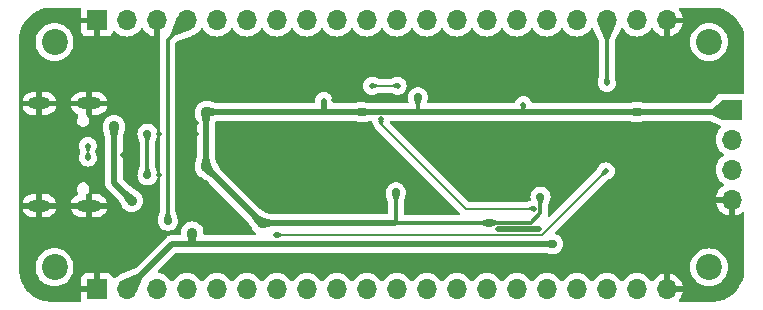
<source format=gbl>
%TF.GenerationSoftware,KiCad,Pcbnew,7.0.11*%
%TF.CreationDate,2024-04-21T14:38:58+08:00*%
%TF.ProjectId,UINIO-MCU-RP2040,55494e49-4f2d-44d4-9355-2d5250323034,Version 2.2.0*%
%TF.SameCoordinates,PX73394ecPY5396ed0*%
%TF.FileFunction,Copper,L2,Bot*%
%TF.FilePolarity,Positive*%
%FSLAX46Y46*%
G04 Gerber Fmt 4.6, Leading zero omitted, Abs format (unit mm)*
G04 Created by KiCad (PCBNEW 7.0.11) date 2024-04-21 14:38:58*
%MOMM*%
%LPD*%
G01*
G04 APERTURE LIST*
%TA.AperFunction,ComponentPad*%
%ADD10O,2.100000X1.000000*%
%TD*%
%TA.AperFunction,ComponentPad*%
%ADD11O,1.900000X1.000000*%
%TD*%
%TA.AperFunction,ComponentPad*%
%ADD12R,1.700000X1.700000*%
%TD*%
%TA.AperFunction,ComponentPad*%
%ADD13O,1.700000X1.700000*%
%TD*%
%TA.AperFunction,ComponentPad*%
%ADD14C,2.200000*%
%TD*%
%TA.AperFunction,ViaPad*%
%ADD15C,0.500000*%
%TD*%
%TA.AperFunction,ViaPad*%
%ADD16C,0.700000*%
%TD*%
%TA.AperFunction,ViaPad*%
%ADD17C,0.900000*%
%TD*%
%TA.AperFunction,Conductor*%
%ADD18C,0.500000*%
%TD*%
%TA.AperFunction,Conductor*%
%ADD19C,0.200000*%
%TD*%
%TA.AperFunction,Conductor*%
%ADD20C,0.300000*%
%TD*%
%TA.AperFunction,Conductor*%
%ADD21C,0.150000*%
%TD*%
G04 APERTURE END LIST*
D10*
%TO.P,USB1,13,GND*%
%TO.N,GND*%
X1139000Y-8365000D03*
%TO.P,USB1,14,GND*%
X1139000Y-17015000D03*
D11*
%TO.P,USB1,15,GND*%
X-3061000Y-8365000D03*
%TO.P,USB1,16,GND*%
X-3061000Y-17015000D03*
%TD*%
D12*
%TO.P,J3,1,Pin_1*%
%TO.N,/VDD_3.3V*%
X55550000Y-8895000D03*
D13*
%TO.P,J3,2,Pin_2*%
%TO.N,Net-(J3-Pin_2)*%
X55550000Y-11435000D03*
%TO.P,J3,3,Pin_3*%
%TO.N,Net-(J3-Pin_3)*%
X55550000Y-13975000D03*
%TO.P,J3,4,Pin_4*%
%TO.N,GND*%
X55550000Y-16515000D03*
%TD*%
D12*
%TO.P,J2,1,Pin_1*%
%TO.N,GND*%
X1800000Y-1340000D03*
D13*
%TO.P,J2,2,Pin_2*%
%TO.N,/VDD_3.3V*%
X4340000Y-1340000D03*
%TO.P,J2,3,Pin_3*%
%TO.N,GND*%
X6880000Y-1340000D03*
%TO.P,J2,4,Pin_4*%
%TO.N,/LDO_EN*%
X9420000Y-1340000D03*
%TO.P,J2,5,Pin_5*%
%TO.N,/ADC_VREF*%
X11960000Y-1340000D03*
%TO.P,J2,6,Pin_6*%
%TO.N,/GPIO28_ADC2*%
X14500000Y-1340000D03*
%TO.P,J2,7,Pin_7*%
%TO.N,/GPIO27_ADC1*%
X17040000Y-1340000D03*
%TO.P,J2,8,Pin_8*%
%TO.N,/GPIO26_ADC0*%
X19580000Y-1340000D03*
%TO.P,J2,9,Pin_9*%
%TO.N,/GPIO24*%
X22120000Y-1340000D03*
%TO.P,J2,10,Pin_10*%
%TO.N,/GPIO23*%
X24660000Y-1340000D03*
%TO.P,J2,11,Pin_11*%
%TO.N,/GPIO22*%
X27200000Y-1340000D03*
%TO.P,J2,12,Pin_12*%
%TO.N,/GPIO21*%
X29740000Y-1340000D03*
%TO.P,J2,13,Pin_13*%
%TO.N,/GPIO20*%
X32280000Y-1340000D03*
%TO.P,J2,14,Pin_14*%
%TO.N,/GPIO19*%
X34820000Y-1340000D03*
%TO.P,J2,15,Pin_15*%
%TO.N,/GPIO18*%
X37360000Y-1340000D03*
%TO.P,J2,16,Pin_16*%
%TO.N,/GPIO17*%
X39900000Y-1340000D03*
%TO.P,J2,17,Pin_17*%
%TO.N,/GPIO16*%
X42440000Y-1340000D03*
%TO.P,J2,18,Pin_18*%
%TO.N,/RUN*%
X44980000Y-1340000D03*
%TO.P,J2,19,Pin_19*%
%TO.N,/VDD_3.3V*%
X47520000Y-1340000D03*
%TO.P,J2,20,Pin_20*%
%TO.N,GND*%
X50060000Y-1340000D03*
%TD*%
D14*
%TO.P,HOLE\u002A\u002A,*%
%TO.N,*%
X-1780000Y-22230000D03*
%TD*%
%TO.P,HOLE\u002A\u002A,*%
%TO.N,*%
X-1780000Y-3160000D03*
%TD*%
%TO.P,HOLE\u002A\u002A,*%
%TO.N,*%
X53630000Y-3160000D03*
%TD*%
D12*
%TO.P,J1,1,Pin_1*%
%TO.N,GND*%
X1800000Y-24060000D03*
D13*
%TO.P,J1,2,Pin_2*%
%TO.N,/VDD_5V*%
X4340000Y-24060000D03*
%TO.P,J1,3,Pin_3*%
%TO.N,/GPIO0*%
X6880000Y-24060000D03*
%TO.P,J1,4,Pin_4*%
%TO.N,/GPIO1*%
X9420000Y-24060000D03*
%TO.P,J1,5,Pin_5*%
%TO.N,/GPIO2*%
X11960000Y-24060000D03*
%TO.P,J1,6,Pin_6*%
%TO.N,/GPIO3*%
X14500000Y-24060000D03*
%TO.P,J1,7,Pin_7*%
%TO.N,/GPIO4*%
X17040000Y-24060000D03*
%TO.P,J1,8,Pin_8*%
%TO.N,/GPIO5*%
X19580000Y-24060000D03*
%TO.P,J1,9,Pin_9*%
%TO.N,/GPIO6*%
X22120000Y-24060000D03*
%TO.P,J1,10,Pin_10*%
%TO.N,/GPIO7*%
X24660000Y-24060000D03*
%TO.P,J1,11,Pin_11*%
%TO.N,/GPIO8*%
X27200000Y-24060000D03*
%TO.P,J1,12,Pin_12*%
%TO.N,/GPIO9*%
X29740000Y-24060000D03*
%TO.P,J1,13,Pin_13*%
%TO.N,/GPIO10*%
X32280000Y-24060000D03*
%TO.P,J1,14,Pin_14*%
%TO.N,/GPIO11*%
X34820000Y-24060000D03*
%TO.P,J1,15,Pin_15*%
%TO.N,/GPIO12*%
X37360000Y-24060000D03*
%TO.P,J1,16,Pin_16*%
%TO.N,/GPIO13*%
X39900000Y-24060000D03*
%TO.P,J1,17,Pin_17*%
%TO.N,/GPIO14*%
X42440000Y-24060000D03*
%TO.P,J1,18,Pin_18*%
%TO.N,/GPIO15*%
X44980000Y-24060000D03*
%TO.P,J1,19,Pin_19*%
%TO.N,/VDD_3.3V*%
X47520000Y-24060000D03*
%TO.P,J1,20,Pin_20*%
%TO.N,GND*%
X50060000Y-24060000D03*
%TD*%
D14*
%TO.P,HOLE\u002A\u002A,*%
%TO.N,*%
X53630000Y-22240000D03*
%TD*%
D15*
%TO.N,GND*%
X51439028Y-6350000D03*
X25390000Y-15010000D03*
X31090000Y-3810000D03*
X16990000Y-17480000D03*
X25830000Y-8030000D03*
X21799028Y-12300000D03*
X33528000Y-3810000D03*
X8659028Y-10950000D03*
X17000000Y-8000000D03*
X10179028Y-10010000D03*
X52849028Y-7920000D03*
X13000000Y-5000000D03*
X21000000Y-5000000D03*
X16980000Y-16690000D03*
X12119028Y-10380000D03*
X20320000Y-22098000D03*
X37669028Y-6490000D03*
X15419028Y-10380000D03*
X37390000Y-10150000D03*
X11820000Y-16530000D03*
X4889028Y-12700000D03*
X8659028Y-14430000D03*
X17399028Y-12300000D03*
X22899028Y-12300000D03*
X7089028Y-14430000D03*
X35780000Y-19000000D03*
X18719028Y-10380000D03*
X18499028Y-12300000D03*
X53489028Y-15310000D03*
X10179028Y-10950000D03*
X39225829Y-18996801D03*
X16519028Y-10380000D03*
X38050000Y-10150000D03*
X53489028Y-10190000D03*
X17619028Y-10380000D03*
X19599028Y-12300000D03*
X39559028Y-6500000D03*
X20699028Y-12300000D03*
X4009028Y-12700000D03*
X17720000Y-16690000D03*
X14000000Y-5000000D03*
X16299028Y-12300000D03*
X52619028Y-15310000D03*
X7089028Y-10950000D03*
X28956000Y-3810000D03*
X11040000Y-15120000D03*
X18000000Y-5000000D03*
X13270000Y-13020000D03*
X13219028Y-10380000D03*
X12700000Y-22098000D03*
X10160000Y-22098000D03*
X32766000Y-21500000D03*
X50199028Y-5120000D03*
X51349028Y-12620000D03*
X52619028Y-10190000D03*
X21900000Y-10540000D03*
X50789028Y-5700000D03*
X14319028Y-10380000D03*
X17780000Y-22098000D03*
X16000000Y-8000000D03*
X21900000Y-8100000D03*
X52109028Y-7070000D03*
X24000000Y-5000000D03*
X38599028Y-6500000D03*
X47509028Y-6640000D03*
X36068000Y-21500000D03*
X50679028Y-11970000D03*
X15240000Y-22098000D03*
D16*
%TO.N,/VDD_3.3V*%
X35050000Y-18500000D03*
D17*
X11040000Y-9090000D03*
D16*
X47520000Y-9070000D03*
X28980000Y-7840000D03*
D15*
X21015000Y-8140000D03*
D17*
X15760000Y-18500000D03*
D15*
X37920000Y-8505000D03*
D16*
X24270000Y-9090000D03*
X39365000Y-16285000D03*
D17*
X11040000Y-13780000D03*
D16*
X27120000Y-15900000D03*
D17*
%TO.N,/VDD_5V*%
X9879028Y-19305000D03*
D16*
X40440000Y-20260000D03*
D15*
%TO.N,/GPIO25*%
X27275000Y-6870000D03*
X25090000Y-6870000D03*
D16*
%TO.N,/LDO_EN*%
X7809028Y-18300000D03*
D15*
%TO.N,/RUN*%
X44989028Y-6640000D03*
%TO.N,/GPIO29_ADC3*%
X38859028Y-17270000D03*
X25850000Y-9720000D03*
D16*
%TO.N,Net-(USB1-CC2)*%
X6090000Y-14430000D03*
X6090000Y-10950000D03*
D15*
%TO.N,/Boot_Select*%
X17000000Y-19510000D03*
X44899028Y-14100000D03*
D17*
%TO.N,/USB_5V*%
X4770000Y-16600000D03*
X3260000Y-10290000D03*
D15*
%TO.N,Net-(USB1-DN1)*%
X1052485Y-12947516D03*
X1050000Y-11940000D03*
%TD*%
D18*
%TO.N,GND*%
X39222630Y-19000000D02*
X39225829Y-18996801D01*
X35780000Y-19000000D02*
X39222630Y-19000000D01*
D19*
X37390000Y-10150000D02*
X38050000Y-10150000D01*
D18*
%TO.N,/VDD_3.3V*%
X15760000Y-18500000D02*
X11040000Y-13780000D01*
X21015000Y-8140000D02*
X21015000Y-9085000D01*
X21690000Y-9090000D02*
X24410000Y-9090000D01*
D20*
X27040000Y-18500000D02*
X35050000Y-18500000D01*
X38529028Y-18500000D02*
X35050000Y-18500000D01*
D18*
X15760000Y-18500000D02*
X27040000Y-18500000D01*
D20*
X39365000Y-17664028D02*
X38529028Y-18500000D01*
X37920000Y-9070000D02*
X37900000Y-9090000D01*
D18*
X11040000Y-13780000D02*
X11040000Y-9090000D01*
D20*
X37920000Y-8505000D02*
X37920000Y-9070000D01*
D18*
X21680000Y-9080000D02*
X21690000Y-9090000D01*
X21020000Y-9090000D02*
X21670000Y-9090000D01*
X47540000Y-9090000D02*
X55355000Y-9090000D01*
D20*
X27120000Y-18420000D02*
X27120000Y-15900000D01*
X28980000Y-7840000D02*
X28980000Y-9080000D01*
X39365000Y-16285000D02*
X39365000Y-17664028D01*
D18*
X21015000Y-9085000D02*
X21020000Y-9090000D01*
D20*
X27040000Y-18500000D02*
X27120000Y-18420000D01*
D18*
X21670000Y-9090000D02*
X21680000Y-9080000D01*
X47540000Y-9090000D02*
X47520000Y-9070000D01*
X37900000Y-9090000D02*
X47540000Y-9090000D01*
X29260000Y-9090000D02*
X37900000Y-9090000D01*
X24410000Y-9090000D02*
X29260000Y-9090000D01*
X11040000Y-9090000D02*
X21020000Y-9090000D01*
%TO.N,/VDD_5V*%
X9899028Y-20260000D02*
X40440000Y-20260000D01*
X9879028Y-19305000D02*
X9879028Y-20240000D01*
X8189028Y-20260000D02*
X9899028Y-20260000D01*
X9879028Y-20240000D02*
X9899028Y-20260000D01*
X4389028Y-24060000D02*
X8189028Y-20260000D01*
D19*
%TO.N,/GPIO25*%
X25090000Y-6870000D02*
X27275000Y-6870000D01*
D20*
%TO.N,/LDO_EN*%
X7809028Y-18300000D02*
X7809028Y-2950972D01*
X7809028Y-2950972D02*
X9420000Y-1340000D01*
%TO.N,/RUN*%
X44989028Y-6640000D02*
X44989028Y-1349028D01*
D19*
%TO.N,/GPIO29_ADC3*%
X38859028Y-17270000D02*
X33020000Y-17270000D01*
X25850000Y-10100000D02*
X25850000Y-9720000D01*
X33020000Y-17270000D02*
X25850000Y-10100000D01*
D20*
%TO.N,Net-(USB1-CC2)*%
X6090000Y-10950000D02*
X6090000Y-14430000D01*
D19*
%TO.N,/Boot_Select*%
X44899028Y-14100000D02*
X44889028Y-14100000D01*
X17010000Y-19520000D02*
X17000000Y-19510000D01*
X39469028Y-19520000D02*
X17010000Y-19520000D01*
X44889028Y-14100000D02*
X39469028Y-19520000D01*
D18*
%TO.N,/USB_5V*%
X3260000Y-10290000D02*
X3260000Y-15090000D01*
X3260000Y-15090000D02*
X4770000Y-16600000D01*
D19*
%TO.N,Net-(USB1-DN1)*%
X1052485Y-12947516D02*
X1050000Y-12945031D01*
D21*
X1050000Y-12945031D02*
X1050000Y-11940000D01*
%TD*%
%TA.AperFunction,Conductor*%
%TO.N,GND*%
G36*
X399600Y-270185D02*
G01*
X445355Y-322989D01*
X455850Y-387756D01*
X450000Y-442155D01*
X450000Y-1090000D01*
X1366314Y-1090000D01*
X1340507Y-1130156D01*
X1300000Y-1268111D01*
X1300000Y-1411889D01*
X1340507Y-1549844D01*
X1366314Y-1590000D01*
X450000Y-1590000D01*
X450000Y-2237844D01*
X456401Y-2297372D01*
X456403Y-2297379D01*
X506645Y-2432086D01*
X506649Y-2432093D01*
X592809Y-2547187D01*
X592812Y-2547190D01*
X707906Y-2633350D01*
X707913Y-2633354D01*
X842620Y-2683596D01*
X842627Y-2683598D01*
X902155Y-2689999D01*
X902172Y-2690000D01*
X1550000Y-2690000D01*
X1550000Y-1775501D01*
X1657685Y-1824680D01*
X1764237Y-1840000D01*
X1835763Y-1840000D01*
X1942315Y-1824680D01*
X2050000Y-1775501D01*
X2050000Y-2690000D01*
X2697828Y-2690000D01*
X2697844Y-2689999D01*
X2757372Y-2683598D01*
X2757379Y-2683596D01*
X2892086Y-2633354D01*
X2892093Y-2633350D01*
X3007187Y-2547190D01*
X3007190Y-2547187D01*
X3093350Y-2432093D01*
X3093354Y-2432086D01*
X3142422Y-2300529D01*
X3184293Y-2244595D01*
X3249757Y-2220178D01*
X3318030Y-2235030D01*
X3346285Y-2256181D01*
X3468599Y-2378495D01*
X3564678Y-2445770D01*
X3662165Y-2514032D01*
X3662167Y-2514033D01*
X3662170Y-2514035D01*
X3876337Y-2613903D01*
X3876343Y-2613904D01*
X3876344Y-2613905D01*
X3892538Y-2618244D01*
X4104592Y-2675063D01*
X4275319Y-2690000D01*
X4339999Y-2695659D01*
X4340000Y-2695659D01*
X4340001Y-2695659D01*
X4404681Y-2690000D01*
X4575408Y-2675063D01*
X4803663Y-2613903D01*
X5017830Y-2514035D01*
X5211401Y-2378495D01*
X5378495Y-2211401D01*
X5508730Y-2025405D01*
X5563307Y-1981781D01*
X5632805Y-1974587D01*
X5695160Y-2006110D01*
X5711879Y-2025405D01*
X5841890Y-2211078D01*
X6008917Y-2378105D01*
X6202421Y-2513600D01*
X6416507Y-2613429D01*
X6416516Y-2613433D01*
X6630000Y-2670634D01*
X6630000Y-1775501D01*
X6737685Y-1824680D01*
X6844237Y-1840000D01*
X6915763Y-1840000D01*
X7022315Y-1824680D01*
X7130000Y-1775501D01*
X7130000Y-2671075D01*
X7170472Y-2726502D01*
X7176256Y-2787850D01*
X7172251Y-2813134D01*
X7169882Y-2824572D01*
X7158528Y-2868789D01*
X7158528Y-2890016D01*
X7157001Y-2909416D01*
X7153681Y-2930375D01*
X7157978Y-2975830D01*
X7158528Y-2987500D01*
X7158528Y-10703409D01*
X7138843Y-10770448D01*
X7086039Y-10816203D01*
X7016881Y-10826147D01*
X6953325Y-10797122D01*
X6916597Y-10741727D01*
X6871252Y-10602171D01*
X6871251Y-10602170D01*
X6871250Y-10602165D01*
X6781859Y-10447335D01*
X6735003Y-10395296D01*
X6662235Y-10314478D01*
X6662232Y-10314476D01*
X6662231Y-10314475D01*
X6662230Y-10314474D01*
X6517593Y-10209388D01*
X6354267Y-10136671D01*
X6354265Y-10136670D01*
X6209477Y-10105895D01*
X6179391Y-10099500D01*
X6000609Y-10099500D01*
X5970532Y-10105893D01*
X5825733Y-10136670D01*
X5825728Y-10136672D01*
X5662408Y-10209387D01*
X5517768Y-10314475D01*
X5398140Y-10447336D01*
X5308750Y-10602164D01*
X5308747Y-10602170D01*
X5253504Y-10772192D01*
X5253503Y-10772194D01*
X5234815Y-10950000D01*
X5253503Y-11127805D01*
X5253504Y-11127807D01*
X5279444Y-11207642D01*
X5284038Y-11226888D01*
X5286406Y-11242107D01*
X5434064Y-11724246D01*
X5439500Y-11760557D01*
X5439500Y-13619441D01*
X5434064Y-13655752D01*
X5286405Y-14137896D01*
X5278633Y-14166180D01*
X5277667Y-14171423D01*
X5277423Y-14171378D01*
X5273251Y-14191417D01*
X5253503Y-14252197D01*
X5247362Y-14310623D01*
X5234815Y-14430000D01*
X5253503Y-14607805D01*
X5253504Y-14607807D01*
X5308747Y-14777829D01*
X5308750Y-14777835D01*
X5398141Y-14932665D01*
X5439812Y-14978946D01*
X5517764Y-15065521D01*
X5517767Y-15065523D01*
X5517770Y-15065526D01*
X5662407Y-15170612D01*
X5825733Y-15243329D01*
X6000609Y-15280500D01*
X6000610Y-15280500D01*
X6179389Y-15280500D01*
X6179391Y-15280500D01*
X6354267Y-15243329D01*
X6517593Y-15170612D01*
X6662230Y-15065526D01*
X6781859Y-14932665D01*
X6871250Y-14777835D01*
X6911866Y-14652834D01*
X6916597Y-14638272D01*
X6956034Y-14580596D01*
X7020393Y-14553398D01*
X7089239Y-14565313D01*
X7140715Y-14612557D01*
X7158528Y-14676590D01*
X7158528Y-17489441D01*
X7153092Y-17525752D01*
X7005433Y-18007896D01*
X6997661Y-18036180D01*
X6996695Y-18041423D01*
X6996451Y-18041378D01*
X6992279Y-18061417D01*
X6981348Y-18095063D01*
X6972531Y-18122198D01*
X6953843Y-18300000D01*
X6972531Y-18477805D01*
X6972532Y-18477807D01*
X7027775Y-18647829D01*
X7027778Y-18647835D01*
X7117169Y-18802665D01*
X7158840Y-18848946D01*
X7236792Y-18935521D01*
X7236795Y-18935523D01*
X7236798Y-18935526D01*
X7381435Y-19040612D01*
X7544761Y-19113329D01*
X7719637Y-19150500D01*
X7719638Y-19150500D01*
X7898417Y-19150500D01*
X7898419Y-19150500D01*
X8073295Y-19113329D01*
X8236621Y-19040612D01*
X8381258Y-18935526D01*
X8383554Y-18932977D01*
X8407176Y-18906741D01*
X8500887Y-18802665D01*
X8590278Y-18647835D01*
X8645525Y-18477803D01*
X8664213Y-18300000D01*
X8645525Y-18122197D01*
X8619581Y-18042350D01*
X8614987Y-18023099D01*
X8612622Y-18007903D01*
X8612621Y-18007897D01*
X8612621Y-18007895D01*
X8464964Y-17525752D01*
X8459528Y-17489442D01*
X8459528Y-6870002D01*
X24334751Y-6870002D01*
X24353685Y-7038056D01*
X24409545Y-7197694D01*
X24409547Y-7197697D01*
X24499518Y-7340884D01*
X24499523Y-7340890D01*
X24619109Y-7460476D01*
X24619115Y-7460481D01*
X24762302Y-7550452D01*
X24762305Y-7550454D01*
X24762309Y-7550455D01*
X24762310Y-7550456D01*
X24820039Y-7570656D01*
X24921943Y-7606314D01*
X25089997Y-7625249D01*
X25090000Y-7625249D01*
X25090003Y-7625249D01*
X25258052Y-7606314D01*
X25258052Y-7606313D01*
X25258059Y-7606313D01*
X25313831Y-7586797D01*
X25333734Y-7581641D01*
X25351684Y-7578552D01*
X25666634Y-7476534D01*
X25704845Y-7470500D01*
X26660153Y-7470500D01*
X26698364Y-7476534D01*
X26726424Y-7485623D01*
X27013314Y-7578552D01*
X27045155Y-7587725D01*
X27045165Y-7587726D01*
X27050507Y-7588769D01*
X27050433Y-7589144D01*
X27071163Y-7593793D01*
X27106941Y-7606313D01*
X27106945Y-7606313D01*
X27106947Y-7606314D01*
X27274997Y-7625249D01*
X27275000Y-7625249D01*
X27275003Y-7625249D01*
X27443056Y-7606314D01*
X27454442Y-7602330D01*
X27602690Y-7550456D01*
X27602692Y-7550454D01*
X27602694Y-7550454D01*
X27602697Y-7550452D01*
X27745884Y-7460481D01*
X27745885Y-7460480D01*
X27745890Y-7460477D01*
X27865477Y-7340890D01*
X27934852Y-7230481D01*
X27955452Y-7197697D01*
X27955454Y-7197694D01*
X27955454Y-7197692D01*
X27955456Y-7197690D01*
X28011313Y-7038059D01*
X28011313Y-7038058D01*
X28011314Y-7038056D01*
X28030249Y-6870002D01*
X28030249Y-6869997D01*
X28011314Y-6701943D01*
X27955454Y-6542305D01*
X27955452Y-6542302D01*
X27865481Y-6399115D01*
X27865476Y-6399109D01*
X27745890Y-6279523D01*
X27745884Y-6279518D01*
X27602697Y-6189547D01*
X27602694Y-6189545D01*
X27443056Y-6133685D01*
X27275003Y-6114751D01*
X27274997Y-6114751D01*
X27106946Y-6133685D01*
X27106940Y-6133687D01*
X27051188Y-6153194D01*
X27031280Y-6158352D01*
X27013322Y-6161444D01*
X26698359Y-6263466D01*
X26660148Y-6269500D01*
X25704848Y-6269500D01*
X25666637Y-6263466D01*
X25351690Y-6161449D01*
X25351691Y-6161449D01*
X25351684Y-6161447D01*
X25334868Y-6156603D01*
X25319834Y-6152272D01*
X25314491Y-6151230D01*
X25314563Y-6150857D01*
X25293831Y-6146203D01*
X25258058Y-6133686D01*
X25090003Y-6114751D01*
X25089997Y-6114751D01*
X24921943Y-6133685D01*
X24762305Y-6189545D01*
X24762302Y-6189547D01*
X24619115Y-6279518D01*
X24619109Y-6279523D01*
X24499523Y-6399109D01*
X24499518Y-6399115D01*
X24409547Y-6542302D01*
X24409545Y-6542305D01*
X24353685Y-6701943D01*
X24334751Y-6869997D01*
X24334751Y-6870002D01*
X8459528Y-6870002D01*
X8459528Y-3271780D01*
X8479213Y-3204741D01*
X8495842Y-3184102D01*
X8572366Y-3107578D01*
X8617230Y-3078889D01*
X9869447Y-2618238D01*
X9880142Y-2614846D01*
X9883663Y-2613903D01*
X9888022Y-2611870D01*
X9897637Y-2607867D01*
X9908384Y-2603915D01*
X9917982Y-2600274D01*
X9918031Y-2600254D01*
X9918049Y-2600248D01*
X9918180Y-2600196D01*
X9918409Y-2600107D01*
X9976058Y-2573265D01*
X9976063Y-2573260D01*
X9981543Y-2569987D01*
X9981641Y-2570152D01*
X9996342Y-2561358D01*
X10097830Y-2514035D01*
X10291401Y-2378495D01*
X10458495Y-2211401D01*
X10582199Y-2034734D01*
X10588425Y-2025842D01*
X10643002Y-1982217D01*
X10712500Y-1975023D01*
X10774855Y-2006546D01*
X10791575Y-2025842D01*
X10921500Y-2211395D01*
X10921505Y-2211401D01*
X11088599Y-2378495D01*
X11184678Y-2445770D01*
X11282165Y-2514032D01*
X11282167Y-2514033D01*
X11282170Y-2514035D01*
X11496337Y-2613903D01*
X11496343Y-2613904D01*
X11496344Y-2613905D01*
X11512538Y-2618244D01*
X11724592Y-2675063D01*
X11895319Y-2690000D01*
X11959999Y-2695659D01*
X11960000Y-2695659D01*
X11960001Y-2695659D01*
X12024681Y-2690000D01*
X12195408Y-2675063D01*
X12423663Y-2613903D01*
X12637830Y-2514035D01*
X12831401Y-2378495D01*
X12998495Y-2211401D01*
X13122199Y-2034734D01*
X13128425Y-2025842D01*
X13183002Y-1982217D01*
X13252500Y-1975023D01*
X13314855Y-2006546D01*
X13331575Y-2025842D01*
X13461500Y-2211395D01*
X13461505Y-2211401D01*
X13628599Y-2378495D01*
X13724678Y-2445770D01*
X13822165Y-2514032D01*
X13822167Y-2514033D01*
X13822170Y-2514035D01*
X14036337Y-2613903D01*
X14036343Y-2613904D01*
X14036344Y-2613905D01*
X14052538Y-2618244D01*
X14264592Y-2675063D01*
X14435319Y-2690000D01*
X14499999Y-2695659D01*
X14500000Y-2695659D01*
X14500001Y-2695659D01*
X14564681Y-2690000D01*
X14735408Y-2675063D01*
X14963663Y-2613903D01*
X15177830Y-2514035D01*
X15371401Y-2378495D01*
X15538495Y-2211401D01*
X15662199Y-2034734D01*
X15668425Y-2025842D01*
X15723002Y-1982217D01*
X15792500Y-1975023D01*
X15854855Y-2006546D01*
X15871575Y-2025842D01*
X16001500Y-2211395D01*
X16001505Y-2211401D01*
X16168599Y-2378495D01*
X16264678Y-2445770D01*
X16362165Y-2514032D01*
X16362167Y-2514033D01*
X16362170Y-2514035D01*
X16576337Y-2613903D01*
X16576343Y-2613904D01*
X16576344Y-2613905D01*
X16592538Y-2618244D01*
X16804592Y-2675063D01*
X16975319Y-2690000D01*
X17039999Y-2695659D01*
X17040000Y-2695659D01*
X17040001Y-2695659D01*
X17104681Y-2690000D01*
X17275408Y-2675063D01*
X17503663Y-2613903D01*
X17717830Y-2514035D01*
X17911401Y-2378495D01*
X18078495Y-2211401D01*
X18202199Y-2034734D01*
X18208425Y-2025842D01*
X18263002Y-1982217D01*
X18332500Y-1975023D01*
X18394855Y-2006546D01*
X18411575Y-2025842D01*
X18541500Y-2211395D01*
X18541505Y-2211401D01*
X18708599Y-2378495D01*
X18804678Y-2445770D01*
X18902165Y-2514032D01*
X18902167Y-2514033D01*
X18902170Y-2514035D01*
X19116337Y-2613903D01*
X19116343Y-2613904D01*
X19116344Y-2613905D01*
X19132538Y-2618244D01*
X19344592Y-2675063D01*
X19515319Y-2690000D01*
X19579999Y-2695659D01*
X19580000Y-2695659D01*
X19580001Y-2695659D01*
X19644681Y-2690000D01*
X19815408Y-2675063D01*
X20043663Y-2613903D01*
X20257830Y-2514035D01*
X20451401Y-2378495D01*
X20618495Y-2211401D01*
X20742199Y-2034734D01*
X20748425Y-2025842D01*
X20803002Y-1982217D01*
X20872500Y-1975023D01*
X20934855Y-2006546D01*
X20951575Y-2025842D01*
X21081500Y-2211395D01*
X21081505Y-2211401D01*
X21248599Y-2378495D01*
X21344678Y-2445770D01*
X21442165Y-2514032D01*
X21442167Y-2514033D01*
X21442170Y-2514035D01*
X21656337Y-2613903D01*
X21656343Y-2613904D01*
X21656344Y-2613905D01*
X21672538Y-2618244D01*
X21884592Y-2675063D01*
X22055319Y-2690000D01*
X22119999Y-2695659D01*
X22120000Y-2695659D01*
X22120001Y-2695659D01*
X22184681Y-2690000D01*
X22355408Y-2675063D01*
X22583663Y-2613903D01*
X22797830Y-2514035D01*
X22991401Y-2378495D01*
X23158495Y-2211401D01*
X23282199Y-2034734D01*
X23288425Y-2025842D01*
X23343002Y-1982217D01*
X23412500Y-1975023D01*
X23474855Y-2006546D01*
X23491575Y-2025842D01*
X23621500Y-2211395D01*
X23621505Y-2211401D01*
X23788599Y-2378495D01*
X23884678Y-2445770D01*
X23982165Y-2514032D01*
X23982167Y-2514033D01*
X23982170Y-2514035D01*
X24196337Y-2613903D01*
X24196343Y-2613904D01*
X24196344Y-2613905D01*
X24212538Y-2618244D01*
X24424592Y-2675063D01*
X24595319Y-2690000D01*
X24659999Y-2695659D01*
X24660000Y-2695659D01*
X24660001Y-2695659D01*
X24724681Y-2690000D01*
X24895408Y-2675063D01*
X25123663Y-2613903D01*
X25337830Y-2514035D01*
X25531401Y-2378495D01*
X25698495Y-2211401D01*
X25822199Y-2034734D01*
X25828425Y-2025842D01*
X25883002Y-1982217D01*
X25952500Y-1975023D01*
X26014855Y-2006546D01*
X26031575Y-2025842D01*
X26161500Y-2211395D01*
X26161505Y-2211401D01*
X26328599Y-2378495D01*
X26424678Y-2445770D01*
X26522165Y-2514032D01*
X26522167Y-2514033D01*
X26522170Y-2514035D01*
X26736337Y-2613903D01*
X26736343Y-2613904D01*
X26736344Y-2613905D01*
X26752538Y-2618244D01*
X26964592Y-2675063D01*
X27135319Y-2690000D01*
X27199999Y-2695659D01*
X27200000Y-2695659D01*
X27200001Y-2695659D01*
X27264681Y-2690000D01*
X27435408Y-2675063D01*
X27663663Y-2613903D01*
X27877830Y-2514035D01*
X28071401Y-2378495D01*
X28238495Y-2211401D01*
X28362199Y-2034734D01*
X28368425Y-2025842D01*
X28423002Y-1982217D01*
X28492500Y-1975023D01*
X28554855Y-2006546D01*
X28571575Y-2025842D01*
X28701500Y-2211395D01*
X28701505Y-2211401D01*
X28868599Y-2378495D01*
X28964678Y-2445770D01*
X29062165Y-2514032D01*
X29062167Y-2514033D01*
X29062170Y-2514035D01*
X29276337Y-2613903D01*
X29276343Y-2613904D01*
X29276344Y-2613905D01*
X29292538Y-2618244D01*
X29504592Y-2675063D01*
X29675319Y-2690000D01*
X29739999Y-2695659D01*
X29740000Y-2695659D01*
X29740001Y-2695659D01*
X29804681Y-2690000D01*
X29975408Y-2675063D01*
X30203663Y-2613903D01*
X30417830Y-2514035D01*
X30611401Y-2378495D01*
X30778495Y-2211401D01*
X30902199Y-2034734D01*
X30908425Y-2025842D01*
X30963002Y-1982217D01*
X31032500Y-1975023D01*
X31094855Y-2006546D01*
X31111575Y-2025842D01*
X31241500Y-2211395D01*
X31241505Y-2211401D01*
X31408599Y-2378495D01*
X31504678Y-2445770D01*
X31602165Y-2514032D01*
X31602167Y-2514033D01*
X31602170Y-2514035D01*
X31816337Y-2613903D01*
X31816343Y-2613904D01*
X31816344Y-2613905D01*
X31832538Y-2618244D01*
X32044592Y-2675063D01*
X32215319Y-2690000D01*
X32279999Y-2695659D01*
X32280000Y-2695659D01*
X32280001Y-2695659D01*
X32344681Y-2690000D01*
X32515408Y-2675063D01*
X32743663Y-2613903D01*
X32957830Y-2514035D01*
X33151401Y-2378495D01*
X33318495Y-2211401D01*
X33442199Y-2034734D01*
X33448425Y-2025842D01*
X33503002Y-1982217D01*
X33572500Y-1975023D01*
X33634855Y-2006546D01*
X33651575Y-2025842D01*
X33781500Y-2211395D01*
X33781505Y-2211401D01*
X33948599Y-2378495D01*
X34044678Y-2445770D01*
X34142165Y-2514032D01*
X34142167Y-2514033D01*
X34142170Y-2514035D01*
X34356337Y-2613903D01*
X34356343Y-2613904D01*
X34356344Y-2613905D01*
X34372538Y-2618244D01*
X34584592Y-2675063D01*
X34755319Y-2690000D01*
X34819999Y-2695659D01*
X34820000Y-2695659D01*
X34820001Y-2695659D01*
X34884681Y-2690000D01*
X35055408Y-2675063D01*
X35283663Y-2613903D01*
X35497830Y-2514035D01*
X35691401Y-2378495D01*
X35858495Y-2211401D01*
X35982199Y-2034734D01*
X35988425Y-2025842D01*
X36043002Y-1982217D01*
X36112500Y-1975023D01*
X36174855Y-2006546D01*
X36191575Y-2025842D01*
X36321500Y-2211395D01*
X36321505Y-2211401D01*
X36488599Y-2378495D01*
X36584678Y-2445770D01*
X36682165Y-2514032D01*
X36682167Y-2514033D01*
X36682170Y-2514035D01*
X36896337Y-2613903D01*
X36896343Y-2613904D01*
X36896344Y-2613905D01*
X36912538Y-2618244D01*
X37124592Y-2675063D01*
X37295319Y-2690000D01*
X37359999Y-2695659D01*
X37360000Y-2695659D01*
X37360001Y-2695659D01*
X37424681Y-2690000D01*
X37595408Y-2675063D01*
X37823663Y-2613903D01*
X38037830Y-2514035D01*
X38231401Y-2378495D01*
X38398495Y-2211401D01*
X38522199Y-2034734D01*
X38528425Y-2025842D01*
X38583002Y-1982217D01*
X38652500Y-1975023D01*
X38714855Y-2006546D01*
X38731575Y-2025842D01*
X38861500Y-2211395D01*
X38861505Y-2211401D01*
X39028599Y-2378495D01*
X39124678Y-2445770D01*
X39222165Y-2514032D01*
X39222167Y-2514033D01*
X39222170Y-2514035D01*
X39436337Y-2613903D01*
X39436343Y-2613904D01*
X39436344Y-2613905D01*
X39452538Y-2618244D01*
X39664592Y-2675063D01*
X39835319Y-2690000D01*
X39899999Y-2695659D01*
X39900000Y-2695659D01*
X39900001Y-2695659D01*
X39964681Y-2690000D01*
X40135408Y-2675063D01*
X40363663Y-2613903D01*
X40577830Y-2514035D01*
X40771401Y-2378495D01*
X40938495Y-2211401D01*
X41062199Y-2034734D01*
X41068425Y-2025842D01*
X41123002Y-1982217D01*
X41192500Y-1975023D01*
X41254855Y-2006546D01*
X41271575Y-2025842D01*
X41401500Y-2211395D01*
X41401505Y-2211401D01*
X41568599Y-2378495D01*
X41664678Y-2445770D01*
X41762165Y-2514032D01*
X41762167Y-2514033D01*
X41762170Y-2514035D01*
X41976337Y-2613903D01*
X41976343Y-2613904D01*
X41976344Y-2613905D01*
X41992538Y-2618244D01*
X42204592Y-2675063D01*
X42375319Y-2690000D01*
X42439999Y-2695659D01*
X42440000Y-2695659D01*
X42440001Y-2695659D01*
X42504681Y-2690000D01*
X42675408Y-2675063D01*
X42903663Y-2613903D01*
X43117830Y-2514035D01*
X43311401Y-2378495D01*
X43478495Y-2211401D01*
X43603587Y-2032751D01*
X43658163Y-1989127D01*
X43727661Y-1981933D01*
X43790016Y-2013456D01*
X43817413Y-2051193D01*
X44304139Y-3088302D01*
X44326781Y-3136546D01*
X44338528Y-3189227D01*
X44338528Y-6052618D01*
X44336114Y-6076967D01*
X44264468Y-6434732D01*
X44259925Y-6451334D01*
X44252715Y-6471940D01*
X44252713Y-6471946D01*
X44233779Y-6639997D01*
X44233779Y-6640002D01*
X44252713Y-6808056D01*
X44308573Y-6967694D01*
X44308575Y-6967697D01*
X44398546Y-7110884D01*
X44398551Y-7110890D01*
X44518137Y-7230476D01*
X44518143Y-7230481D01*
X44661330Y-7320452D01*
X44661333Y-7320454D01*
X44661337Y-7320455D01*
X44661338Y-7320456D01*
X44709576Y-7337335D01*
X44820971Y-7376314D01*
X44989025Y-7395249D01*
X44989028Y-7395249D01*
X44989031Y-7395249D01*
X45157084Y-7376314D01*
X45157087Y-7376313D01*
X45316718Y-7320456D01*
X45316720Y-7320454D01*
X45316722Y-7320454D01*
X45316725Y-7320452D01*
X45459912Y-7230481D01*
X45459913Y-7230480D01*
X45459918Y-7230477D01*
X45579505Y-7110890D01*
X45632424Y-7026671D01*
X45669480Y-6967697D01*
X45669482Y-6967694D01*
X45669482Y-6967692D01*
X45669484Y-6967690D01*
X45725341Y-6808059D01*
X45725341Y-6808058D01*
X45725342Y-6808056D01*
X45744277Y-6640002D01*
X45744277Y-6639997D01*
X45725342Y-6471945D01*
X45725341Y-6471943D01*
X45725341Y-6471941D01*
X45718129Y-6451332D01*
X45713585Y-6434725D01*
X45641942Y-6076968D01*
X45639528Y-6052620D01*
X45639528Y-3185961D01*
X45645169Y-3160000D01*
X52024551Y-3160000D01*
X52044317Y-3411151D01*
X52103126Y-3656110D01*
X52199533Y-3888859D01*
X52331160Y-4103653D01*
X52331161Y-4103656D01*
X52331164Y-4103659D01*
X52494776Y-4295224D01*
X52643066Y-4421875D01*
X52686343Y-4458838D01*
X52686346Y-4458839D01*
X52901140Y-4590466D01*
X53133889Y-4686873D01*
X53378852Y-4745683D01*
X53630000Y-4765449D01*
X53881148Y-4745683D01*
X54126111Y-4686873D01*
X54358859Y-4590466D01*
X54573659Y-4458836D01*
X54765224Y-4295224D01*
X54928836Y-4103659D01*
X55060466Y-3888859D01*
X55156873Y-3656111D01*
X55215683Y-3411148D01*
X55235449Y-3160000D01*
X55215683Y-2908852D01*
X55156873Y-2663889D01*
X55127397Y-2592728D01*
X55060466Y-2431140D01*
X54928839Y-2216346D01*
X54928838Y-2216343D01*
X54828267Y-2098590D01*
X54765224Y-2024776D01*
X54608734Y-1891121D01*
X54573656Y-1861161D01*
X54573653Y-1861160D01*
X54358859Y-1729533D01*
X54126110Y-1633126D01*
X53881151Y-1574317D01*
X53630000Y-1554551D01*
X53378848Y-1574317D01*
X53133889Y-1633126D01*
X52901140Y-1729533D01*
X52686346Y-1861160D01*
X52686343Y-1861161D01*
X52494776Y-2024776D01*
X52331161Y-2216343D01*
X52331160Y-2216346D01*
X52199533Y-2431140D01*
X52103126Y-2663889D01*
X52044317Y-2908848D01*
X52024551Y-3160000D01*
X45645169Y-3160000D01*
X45650711Y-3134499D01*
X45710109Y-3004286D01*
X46143409Y-2054394D01*
X46189141Y-2001571D01*
X46256172Y-1981857D01*
X46323220Y-2001512D01*
X46357801Y-2034734D01*
X46402511Y-2098586D01*
X46481505Y-2211401D01*
X46648599Y-2378495D01*
X46744678Y-2445770D01*
X46842165Y-2514032D01*
X46842167Y-2514033D01*
X46842170Y-2514035D01*
X47056337Y-2613903D01*
X47056343Y-2613904D01*
X47056344Y-2613905D01*
X47072538Y-2618244D01*
X47284592Y-2675063D01*
X47455319Y-2690000D01*
X47519999Y-2695659D01*
X47520000Y-2695659D01*
X47520001Y-2695659D01*
X47584681Y-2690000D01*
X47755408Y-2675063D01*
X47983663Y-2613903D01*
X48197830Y-2514035D01*
X48391401Y-2378495D01*
X48558495Y-2211401D01*
X48688730Y-2025405D01*
X48743307Y-1981781D01*
X48812805Y-1974587D01*
X48875160Y-2006110D01*
X48891879Y-2025405D01*
X49021890Y-2211078D01*
X49188917Y-2378105D01*
X49382421Y-2513600D01*
X49596507Y-2613429D01*
X49596516Y-2613433D01*
X49810000Y-2670634D01*
X49810000Y-1775501D01*
X49917685Y-1824680D01*
X50024237Y-1840000D01*
X50095763Y-1840000D01*
X50202315Y-1824680D01*
X50310000Y-1775501D01*
X50310000Y-2670633D01*
X50523483Y-2613433D01*
X50523492Y-2613429D01*
X50737578Y-2513600D01*
X50931082Y-2378105D01*
X51098105Y-2211082D01*
X51233600Y-2017578D01*
X51333429Y-1803492D01*
X51333432Y-1803486D01*
X51390636Y-1590000D01*
X50493686Y-1590000D01*
X50519493Y-1549844D01*
X50560000Y-1411889D01*
X50560000Y-1268111D01*
X50519493Y-1130156D01*
X50493686Y-1090000D01*
X51390636Y-1090000D01*
X51390635Y-1089999D01*
X51333432Y-876513D01*
X51333429Y-876507D01*
X51233600Y-662422D01*
X51233599Y-662420D01*
X51098113Y-468926D01*
X51098108Y-468920D01*
X51091369Y-462181D01*
X51057884Y-400858D01*
X51062868Y-331166D01*
X51104740Y-275233D01*
X51170204Y-250816D01*
X51179050Y-250500D01*
X53877485Y-250500D01*
X53884440Y-250695D01*
X54181866Y-267402D01*
X54195670Y-268958D01*
X54485926Y-318278D01*
X54499477Y-321372D01*
X54782380Y-402878D01*
X54795487Y-407464D01*
X55067451Y-520120D01*
X55067482Y-520133D01*
X55080009Y-526165D01*
X55326537Y-662420D01*
X55337676Y-668576D01*
X55349450Y-675974D01*
X55589551Y-846338D01*
X55600423Y-855008D01*
X55819944Y-1051187D01*
X55829776Y-1061020D01*
X56025941Y-1280532D01*
X56034605Y-1291395D01*
X56204966Y-1531499D01*
X56204974Y-1531510D01*
X56212372Y-1543285D01*
X56354780Y-1800957D01*
X56360813Y-1813485D01*
X56473470Y-2085466D01*
X56478063Y-2098590D01*
X56559567Y-2381496D01*
X56562661Y-2395054D01*
X56611973Y-2685290D01*
X56613530Y-2699107D01*
X56630278Y-2997333D01*
X56630473Y-3004286D01*
X56630473Y-7426086D01*
X56610788Y-7493125D01*
X56557984Y-7538880D01*
X56493220Y-7549375D01*
X56447873Y-7544500D01*
X56447864Y-7544500D01*
X54652129Y-7544500D01*
X54652123Y-7544501D01*
X54592516Y-7550908D01*
X54457671Y-7601202D01*
X54457664Y-7601206D01*
X54342455Y-7687452D01*
X54342452Y-7687455D01*
X54256205Y-7802665D01*
X54256204Y-7802667D01*
X54243319Y-7837214D01*
X54206167Y-7889432D01*
X53696392Y-8311053D01*
X53632187Y-8338611D01*
X53617363Y-8339500D01*
X48298897Y-8339500D01*
X48277829Y-8337697D01*
X48272858Y-8336840D01*
X48223290Y-8328294D01*
X47685294Y-8235538D01*
X47680583Y-8234632D01*
X47653906Y-8228962D01*
X47609391Y-8219500D01*
X47609388Y-8219500D01*
X47591125Y-8219500D01*
X47579830Y-8218773D01*
X47579815Y-8218958D01*
X47575243Y-8218562D01*
X47501725Y-8219224D01*
X47479085Y-8219428D01*
X47479083Y-8219428D01*
X47471685Y-8219495D01*
X47470569Y-8219500D01*
X47430609Y-8219500D01*
X47390684Y-8227986D01*
X47359401Y-8234635D01*
X47354690Y-8235541D01*
X46816709Y-8328294D01*
X46769670Y-8336404D01*
X46762170Y-8337697D01*
X46741102Y-8339500D01*
X38745192Y-8339500D01*
X38678153Y-8319815D01*
X38632398Y-8267011D01*
X38628151Y-8256455D01*
X38600457Y-8177313D01*
X38600452Y-8177302D01*
X38510481Y-8034115D01*
X38510476Y-8034109D01*
X38390890Y-7914523D01*
X38390884Y-7914518D01*
X38247697Y-7824547D01*
X38247694Y-7824545D01*
X38088056Y-7768685D01*
X37920003Y-7749751D01*
X37919997Y-7749751D01*
X37751943Y-7768685D01*
X37592305Y-7824545D01*
X37592302Y-7824547D01*
X37449115Y-7914518D01*
X37449109Y-7914523D01*
X37329523Y-8034109D01*
X37329518Y-8034115D01*
X37239547Y-8177302D01*
X37239542Y-8177313D01*
X37211849Y-8256455D01*
X37171128Y-8313231D01*
X37106175Y-8338978D01*
X37094808Y-8339500D01*
X29887738Y-8339500D01*
X29820699Y-8319815D01*
X29774944Y-8267011D01*
X29765000Y-8197853D01*
X29769174Y-8179189D01*
X29777117Y-8153252D01*
X29783594Y-8132103D01*
X29791365Y-8103823D01*
X29791365Y-8103816D01*
X29792331Y-8098582D01*
X29792575Y-8098627D01*
X29796745Y-8078591D01*
X29816497Y-8017803D01*
X29835185Y-7840000D01*
X29816497Y-7662197D01*
X29779888Y-7549526D01*
X29761252Y-7492170D01*
X29761249Y-7492164D01*
X29757773Y-7486143D01*
X29671859Y-7337335D01*
X29625003Y-7285296D01*
X29552235Y-7204478D01*
X29552232Y-7204476D01*
X29552231Y-7204475D01*
X29552230Y-7204474D01*
X29407593Y-7099388D01*
X29244267Y-7026671D01*
X29244265Y-7026670D01*
X29116594Y-6999533D01*
X29069391Y-6989500D01*
X28890609Y-6989500D01*
X28859954Y-6996015D01*
X28715733Y-7026670D01*
X28715728Y-7026672D01*
X28552408Y-7099387D01*
X28407768Y-7204475D01*
X28288140Y-7337336D01*
X28198750Y-7492164D01*
X28198747Y-7492170D01*
X28143504Y-7662192D01*
X28143503Y-7662194D01*
X28124815Y-7840000D01*
X28143503Y-8017805D01*
X28143504Y-8017807D01*
X28169444Y-8097642D01*
X28174038Y-8116888D01*
X28176406Y-8132105D01*
X28176407Y-8132108D01*
X28178658Y-8139457D01*
X28190251Y-8177313D01*
X28190826Y-8179188D01*
X28191636Y-8249053D01*
X28154546Y-8308265D01*
X28091331Y-8338025D01*
X28072262Y-8339500D01*
X25049731Y-8339500D01*
X25032194Y-8338254D01*
X25031449Y-8338147D01*
X25031444Y-8338146D01*
X24689759Y-8289333D01*
X24401386Y-8248136D01*
X24393145Y-8246673D01*
X24359394Y-8239500D01*
X24359391Y-8239500D01*
X24343008Y-8239500D01*
X24329756Y-8238790D01*
X24328765Y-8238683D01*
X24319780Y-8237717D01*
X24318184Y-8237602D01*
X24318168Y-8237601D01*
X24223035Y-8239126D01*
X24217360Y-8239500D01*
X24180605Y-8239500D01*
X24146847Y-8246674D01*
X24138608Y-8248137D01*
X23507800Y-8338254D01*
X23490263Y-8339500D01*
X21889500Y-8339500D01*
X21822461Y-8319815D01*
X21776706Y-8267011D01*
X21765500Y-8215500D01*
X21765500Y-8189108D01*
X21766280Y-8175223D01*
X21770249Y-8140000D01*
X21769359Y-8132103D01*
X21766060Y-8102829D01*
X21765510Y-8096377D01*
X21760644Y-8054753D01*
X21760612Y-8054483D01*
X21751313Y-7971941D01*
X21751312Y-7971938D01*
X21750953Y-7968751D01*
X21750241Y-7965747D01*
X21750241Y-7965745D01*
X21722092Y-7888405D01*
X21721603Y-7887035D01*
X21719690Y-7881567D01*
X21695456Y-7812310D01*
X21695451Y-7812303D01*
X21693803Y-7808879D01*
X21691460Y-7803319D01*
X21690235Y-7800880D01*
X21647027Y-7735187D01*
X21645633Y-7733019D01*
X21605477Y-7669110D01*
X21605476Y-7669109D01*
X21601136Y-7663667D01*
X21601459Y-7663408D01*
X21598519Y-7659799D01*
X21598474Y-7659838D01*
X21593831Y-7654305D01*
X21539272Y-7602831D01*
X21536685Y-7600318D01*
X21485892Y-7549525D01*
X21485890Y-7549523D01*
X21485887Y-7549521D01*
X21480446Y-7545182D01*
X21480450Y-7545176D01*
X21467708Y-7535313D01*
X21466220Y-7533909D01*
X21404410Y-7498223D01*
X21400437Y-7495829D01*
X21342695Y-7459547D01*
X21342693Y-7459546D01*
X21342690Y-7459544D01*
X21342686Y-7459542D01*
X21342685Y-7459542D01*
X21340259Y-7458693D01*
X21319236Y-7449048D01*
X21314285Y-7446190D01*
X21314282Y-7446189D01*
X21314281Y-7446188D01*
X21314278Y-7446187D01*
X21249404Y-7426764D01*
X21244018Y-7425016D01*
X21183063Y-7403688D01*
X21183059Y-7403687D01*
X21176870Y-7402989D01*
X21155203Y-7398562D01*
X21146210Y-7395870D01*
X21082215Y-7392142D01*
X21075544Y-7391572D01*
X21015004Y-7384751D01*
X21015001Y-7384751D01*
X21015000Y-7384751D01*
X21005173Y-7385858D01*
X20984088Y-7386427D01*
X20971068Y-7385668D01*
X20911525Y-7396167D01*
X20903882Y-7397270D01*
X20846936Y-7403687D01*
X20834148Y-7408162D01*
X20814738Y-7413233D01*
X20798295Y-7416132D01*
X20746120Y-7438638D01*
X20737963Y-7441819D01*
X20687318Y-7459540D01*
X20687306Y-7459546D01*
X20672739Y-7468698D01*
X20655896Y-7477555D01*
X20637198Y-7485621D01*
X20637189Y-7485626D01*
X20594534Y-7517382D01*
X20586462Y-7522911D01*
X20544106Y-7549525D01*
X20544104Y-7549526D01*
X20529360Y-7564271D01*
X20515733Y-7576048D01*
X20496468Y-7590391D01*
X20496465Y-7590393D01*
X20464625Y-7628339D01*
X20457319Y-7636312D01*
X20424527Y-7669104D01*
X20424520Y-7669113D01*
X20411479Y-7689866D01*
X20401482Y-7703591D01*
X20383698Y-7724786D01*
X20383695Y-7724790D01*
X20363101Y-7765797D01*
X20357285Y-7776116D01*
X20334544Y-7812307D01*
X20325241Y-7838893D01*
X20319014Y-7853580D01*
X20304959Y-7881567D01*
X20295215Y-7922680D01*
X20291600Y-7935033D01*
X20278688Y-7971935D01*
X20275125Y-8003547D01*
X20272564Y-8018250D01*
X20264500Y-8052280D01*
X20264500Y-8090890D01*
X20263720Y-8104774D01*
X20259751Y-8139997D01*
X20259751Y-8140000D01*
X20263720Y-8175223D01*
X20264500Y-8189108D01*
X20264500Y-8215500D01*
X20244815Y-8282539D01*
X20192011Y-8328294D01*
X20140500Y-8339500D01*
X12032729Y-8339500D01*
X12005194Y-8336404D01*
X11932352Y-8319815D01*
X11334064Y-8183562D01*
X11323374Y-8181249D01*
X11323373Y-8181248D01*
X11318720Y-8180242D01*
X11318740Y-8180148D01*
X11305298Y-8177206D01*
X11226331Y-8153253D01*
X11226321Y-8153252D01*
X11040000Y-8134901D01*
X11039999Y-8134901D01*
X10853668Y-8153252D01*
X10853666Y-8153253D01*
X10674497Y-8207604D01*
X10509376Y-8295862D01*
X10509373Y-8295864D01*
X10364642Y-8414642D01*
X10245864Y-8559373D01*
X10245862Y-8559376D01*
X10157604Y-8724497D01*
X10103253Y-8903666D01*
X10103252Y-8903668D01*
X10088100Y-9057520D01*
X10084901Y-9090000D01*
X10100055Y-9243857D01*
X10103253Y-9276331D01*
X10128838Y-9360677D01*
X10132465Y-9379743D01*
X10132887Y-9379679D01*
X10133560Y-9384055D01*
X10133561Y-9384063D01*
X10133562Y-9384064D01*
X10284695Y-10047692D01*
X10286404Y-10055194D01*
X10289500Y-10082729D01*
X10289500Y-12787269D01*
X10286404Y-12814803D01*
X10133568Y-13485906D01*
X10130242Y-13501279D01*
X10130148Y-13501258D01*
X10127206Y-13514701D01*
X10103253Y-13593667D01*
X10103252Y-13593669D01*
X10084901Y-13780000D01*
X10103252Y-13966331D01*
X10103253Y-13966333D01*
X10157604Y-14145502D01*
X10245862Y-14310623D01*
X10245864Y-14310626D01*
X10364642Y-14455357D01*
X10509372Y-14574134D01*
X10509373Y-14574134D01*
X10509375Y-14574136D01*
X10587112Y-14615686D01*
X10603162Y-14626613D01*
X10603418Y-14626265D01*
X10606988Y-14628884D01*
X11189617Y-14995363D01*
X11211276Y-15012644D01*
X14527353Y-18328721D01*
X14544634Y-18350380D01*
X14911094Y-18932977D01*
X14919652Y-18946261D01*
X14919567Y-18946315D01*
X14926973Y-18957866D01*
X14943343Y-18988492D01*
X14965862Y-19030623D01*
X14965864Y-19030626D01*
X15084642Y-19175357D01*
X15223905Y-19289647D01*
X15263239Y-19347392D01*
X15265110Y-19417237D01*
X15228922Y-19477005D01*
X15166167Y-19507721D01*
X15145240Y-19509500D01*
X10950799Y-19509500D01*
X10883760Y-19489815D01*
X10838005Y-19437011D01*
X10827396Y-19373347D01*
X10834127Y-19305000D01*
X10815775Y-19118668D01*
X10815774Y-19118666D01*
X10814155Y-19113329D01*
X10761424Y-18939499D01*
X10757938Y-18932977D01*
X10673165Y-18774376D01*
X10673163Y-18774373D01*
X10554385Y-18629642D01*
X10409654Y-18510864D01*
X10409651Y-18510862D01*
X10244530Y-18422604D01*
X10065361Y-18368253D01*
X10065359Y-18368252D01*
X9879028Y-18349901D01*
X9692696Y-18368252D01*
X9692694Y-18368253D01*
X9513525Y-18422604D01*
X9348404Y-18510862D01*
X9348401Y-18510864D01*
X9203670Y-18629642D01*
X9084892Y-18774373D01*
X9084890Y-18774376D01*
X8996632Y-18939497D01*
X8942281Y-19118666D01*
X8942280Y-19118668D01*
X8923929Y-19305000D01*
X8930660Y-19373347D01*
X8917641Y-19441993D01*
X8869575Y-19492703D01*
X8807257Y-19509500D01*
X8252736Y-19509500D01*
X8234765Y-19508191D01*
X8211007Y-19504711D01*
X8211001Y-19504710D01*
X8164007Y-19508822D01*
X8161658Y-19509028D01*
X8150852Y-19509500D01*
X8145312Y-19509500D01*
X8114529Y-19513098D01*
X8110944Y-19513464D01*
X8036227Y-19520001D01*
X8029160Y-19521460D01*
X8029148Y-19521404D01*
X8021791Y-19523035D01*
X8021805Y-19523092D01*
X8014768Y-19524760D01*
X7944259Y-19550421D01*
X7940882Y-19551595D01*
X7901876Y-19564521D01*
X7869696Y-19575185D01*
X7863154Y-19578236D01*
X7863129Y-19578183D01*
X7856336Y-19581471D01*
X7856362Y-19581523D01*
X7849908Y-19584764D01*
X7787249Y-19625975D01*
X7784209Y-19627912D01*
X7720376Y-19667285D01*
X7714711Y-19671765D01*
X7714675Y-19671719D01*
X7708826Y-19676484D01*
X7708863Y-19676528D01*
X7703338Y-19681164D01*
X7651859Y-19735727D01*
X7649347Y-19738312D01*
X5128550Y-22259109D01*
X5088079Y-22286089D01*
X3833115Y-22802801D01*
X3833085Y-22802815D01*
X3783805Y-22826293D01*
X3783795Y-22826299D01*
X3783485Y-22826531D01*
X3761714Y-22839545D01*
X3662176Y-22885961D01*
X3662169Y-22885965D01*
X3468600Y-23021503D01*
X3346284Y-23143819D01*
X3284961Y-23177303D01*
X3215269Y-23172319D01*
X3159336Y-23130447D01*
X3142421Y-23099470D01*
X3093354Y-22967913D01*
X3093350Y-22967906D01*
X3007190Y-22852812D01*
X3007187Y-22852809D01*
X2892093Y-22766649D01*
X2892086Y-22766645D01*
X2757379Y-22716403D01*
X2757372Y-22716401D01*
X2697844Y-22710000D01*
X2050000Y-22710000D01*
X2050000Y-23624498D01*
X1942315Y-23575320D01*
X1835763Y-23560000D01*
X1764237Y-23560000D01*
X1657685Y-23575320D01*
X1550000Y-23624498D01*
X1550000Y-22710000D01*
X902155Y-22710000D01*
X842627Y-22716401D01*
X842620Y-22716403D01*
X707913Y-22766645D01*
X707906Y-22766649D01*
X592812Y-22852809D01*
X592809Y-22852812D01*
X506649Y-22967906D01*
X506645Y-22967913D01*
X456403Y-23102620D01*
X456401Y-23102627D01*
X450000Y-23162155D01*
X450000Y-23810000D01*
X1366314Y-23810000D01*
X1340507Y-23850156D01*
X1300000Y-23988111D01*
X1300000Y-24131889D01*
X1340507Y-24269844D01*
X1366314Y-24310000D01*
X450000Y-24310000D01*
X450000Y-24957844D01*
X455850Y-25012244D01*
X443445Y-25081003D01*
X395836Y-25132141D01*
X332561Y-25149500D01*
X-2027491Y-25149500D01*
X-2034444Y-25149305D01*
X-2331866Y-25132602D01*
X-2345684Y-25131045D01*
X-2635926Y-25081730D01*
X-2649483Y-25078636D01*
X-2932386Y-24997133D01*
X-2945510Y-24992540D01*
X-3217500Y-24879879D01*
X-3230029Y-24873846D01*
X-3487699Y-24731436D01*
X-3499473Y-24724038D01*
X-3739577Y-24553676D01*
X-3750449Y-24545006D01*
X-3969970Y-24348830D01*
X-3979803Y-24338997D01*
X-4015731Y-24298794D01*
X-4175979Y-24119476D01*
X-4184649Y-24108604D01*
X-4355011Y-23868500D01*
X-4362409Y-23856726D01*
X-4465352Y-23670466D01*
X-4504823Y-23599049D01*
X-4510852Y-23586527D01*
X-4623513Y-23314537D01*
X-4628106Y-23301413D01*
X-4709609Y-23018510D01*
X-4712703Y-23004953D01*
X-4732846Y-22886400D01*
X-4762019Y-22714703D01*
X-4763575Y-22700900D01*
X-4780277Y-22403471D01*
X-4780472Y-22396519D01*
X-4780472Y-22230000D01*
X-3385449Y-22230000D01*
X-3365683Y-22481151D01*
X-3306874Y-22726110D01*
X-3210467Y-22958859D01*
X-3078840Y-23173653D01*
X-3078839Y-23173656D01*
X-3066078Y-23188597D01*
X-2915224Y-23365224D01*
X-2766934Y-23491875D01*
X-2723657Y-23528838D01*
X-2723654Y-23528839D01*
X-2508860Y-23660466D01*
X-2342915Y-23729202D01*
X-2276111Y-23756873D01*
X-2031148Y-23815683D01*
X-1780000Y-23835449D01*
X-1528852Y-23815683D01*
X-1283889Y-23756873D01*
X-1051141Y-23660466D01*
X-836341Y-23528836D01*
X-644776Y-23365224D01*
X-481164Y-23173659D01*
X-349534Y-22958859D01*
X-253127Y-22726111D01*
X-194317Y-22481148D01*
X-174551Y-22230000D01*
X-194317Y-21978852D01*
X-253127Y-21733889D01*
X-349534Y-21501140D01*
X-481161Y-21286346D01*
X-481162Y-21286343D01*
X-518125Y-21243066D01*
X-644776Y-21094776D01*
X-771429Y-20986604D01*
X-836344Y-20931161D01*
X-836347Y-20931160D01*
X-1051141Y-20799533D01*
X-1283890Y-20703126D01*
X-1528849Y-20644317D01*
X-1780000Y-20624551D01*
X-2031152Y-20644317D01*
X-2276111Y-20703126D01*
X-2508860Y-20799533D01*
X-2723654Y-20931160D01*
X-2723657Y-20931161D01*
X-2915224Y-21094776D01*
X-3078839Y-21286343D01*
X-3078840Y-21286346D01*
X-3210467Y-21501140D01*
X-3306874Y-21733889D01*
X-3365683Y-21978848D01*
X-3385449Y-22230000D01*
X-4780472Y-22230000D01*
X-4780472Y-17265000D01*
X-4484366Y-17265000D01*
X-4484069Y-17266946D01*
X-4484067Y-17266952D01*
X-4413438Y-17457657D01*
X-4413435Y-17457664D01*
X-4305851Y-17630267D01*
X-4165736Y-17777668D01*
X-4165734Y-17777669D01*
X-3998805Y-17893856D01*
X-3811908Y-17974059D01*
X-3612690Y-18015000D01*
X-3311000Y-18015000D01*
X-3311000Y-17315000D01*
X-2811000Y-17315000D01*
X-2811000Y-18015000D01*
X-2560287Y-18015000D01*
X-2408662Y-17999581D01*
X-2214619Y-17938700D01*
X-2214609Y-17938695D01*
X-2036785Y-17839994D01*
X-2036784Y-17839994D01*
X-1882470Y-17707521D01*
X-1882469Y-17707520D01*
X-1757982Y-17546695D01*
X-1668412Y-17364093D01*
X-1642754Y-17265000D01*
X-384366Y-17265000D01*
X-384069Y-17266946D01*
X-384067Y-17266952D01*
X-313438Y-17457657D01*
X-313435Y-17457664D01*
X-205851Y-17630267D01*
X-65736Y-17777668D01*
X-65734Y-17777669D01*
X101195Y-17893856D01*
X288092Y-17974059D01*
X487310Y-18015000D01*
X889000Y-18015000D01*
X889000Y-17315000D01*
X1389000Y-17315000D01*
X1389000Y-18015000D01*
X1739713Y-18015000D01*
X1891338Y-17999581D01*
X2085381Y-17938700D01*
X2085391Y-17938695D01*
X2263215Y-17839994D01*
X2263216Y-17839994D01*
X2417530Y-17707521D01*
X2417531Y-17707520D01*
X2542018Y-17546695D01*
X2631588Y-17364093D01*
X2657246Y-17265000D01*
X1905111Y-17265000D01*
X1944610Y-17240543D01*
X2012201Y-17151038D01*
X2042895Y-17043160D01*
X2032546Y-16931479D01*
X1982552Y-16831078D01*
X1910069Y-16765000D01*
X2662366Y-16765000D01*
X2662068Y-16763053D01*
X2662066Y-16763047D01*
X2591437Y-16572342D01*
X2591434Y-16572335D01*
X2483850Y-16399732D01*
X2343735Y-16252331D01*
X2343733Y-16252330D01*
X2176804Y-16136143D01*
X1989907Y-16055940D01*
X1790690Y-16015000D01*
X1389000Y-16015000D01*
X1389000Y-16715000D01*
X889000Y-16715000D01*
X889000Y-16113024D01*
X908685Y-16045985D01*
X934742Y-16016839D01*
X1026665Y-15942054D01*
X1109971Y-15824037D01*
X1135889Y-15751111D01*
X1158345Y-15687925D01*
X1158345Y-15687923D01*
X1158346Y-15687921D01*
X1168204Y-15543801D01*
X1138814Y-15402366D01*
X1072354Y-15274105D01*
X1072351Y-15274102D01*
X1072350Y-15274100D01*
X982607Y-15178010D01*
X973755Y-15168531D01*
X973754Y-15168530D01*
X850330Y-15093475D01*
X850329Y-15093474D01*
X850328Y-15093474D01*
X711228Y-15054500D01*
X603051Y-15054500D01*
X603050Y-15054500D01*
X495889Y-15069229D01*
X363389Y-15126781D01*
X363389Y-15126782D01*
X251338Y-15217943D01*
X251333Y-15217948D01*
X168028Y-15335963D01*
X119654Y-15472074D01*
X119654Y-15472077D01*
X113198Y-15566469D01*
X109796Y-15616199D01*
X124700Y-15687921D01*
X139186Y-15757634D01*
X139187Y-15757636D01*
X205645Y-15885893D01*
X205649Y-15885899D01*
X219188Y-15900396D01*
X250559Y-15962827D01*
X243197Y-16032308D01*
X199439Y-16086778D01*
X188741Y-16093450D01*
X14784Y-16190004D01*
X14783Y-16190005D01*
X-139531Y-16322478D01*
X-139532Y-16322479D01*
X-264019Y-16483304D01*
X-353589Y-16665906D01*
X-379246Y-16765000D01*
X372889Y-16765000D01*
X333390Y-16789457D01*
X265799Y-16878962D01*
X235105Y-16986840D01*
X245454Y-17098521D01*
X295448Y-17198922D01*
X367931Y-17265000D01*
X-384366Y-17265000D01*
X-1642754Y-17265000D01*
X-2444889Y-17265000D01*
X-2405390Y-17240543D01*
X-2337799Y-17151038D01*
X-2307105Y-17043160D01*
X-2317454Y-16931479D01*
X-2367448Y-16831078D01*
X-2439931Y-16765000D01*
X-1637634Y-16765000D01*
X-1637932Y-16763053D01*
X-1637934Y-16763047D01*
X-1708563Y-16572342D01*
X-1708566Y-16572335D01*
X-1816150Y-16399732D01*
X-1956265Y-16252331D01*
X-1956267Y-16252330D01*
X-2123196Y-16136143D01*
X-2310093Y-16055940D01*
X-2509310Y-16015000D01*
X-2811000Y-16015000D01*
X-2811000Y-16715000D01*
X-3311000Y-16715000D01*
X-3311000Y-16015000D01*
X-3561713Y-16015000D01*
X-3713339Y-16030418D01*
X-3907382Y-16091299D01*
X-3907392Y-16091304D01*
X-4085216Y-16190005D01*
X-4085217Y-16190005D01*
X-4239531Y-16322478D01*
X-4239532Y-16322479D01*
X-4364019Y-16483304D01*
X-4453589Y-16665906D01*
X-4479246Y-16765000D01*
X-3677111Y-16765000D01*
X-3716610Y-16789457D01*
X-3784201Y-16878962D01*
X-3814895Y-16986840D01*
X-3804546Y-17098521D01*
X-3754552Y-17198922D01*
X-3682069Y-17265000D01*
X-4484366Y-17265000D01*
X-4780472Y-17265000D01*
X-4780472Y-11940002D01*
X294751Y-11940002D01*
X313686Y-12108056D01*
X341172Y-12186609D01*
X344994Y-12199850D01*
X351498Y-12228218D01*
X351499Y-12228220D01*
X418155Y-12401018D01*
X423917Y-12470649D01*
X418375Y-12489698D01*
X353014Y-12661672D01*
X353014Y-12661674D01*
X338712Y-12705126D01*
X338710Y-12705136D01*
X338309Y-12708207D01*
X332399Y-12733079D01*
X316172Y-12779457D01*
X316170Y-12779462D01*
X297236Y-12947513D01*
X297236Y-12947518D01*
X316170Y-13115572D01*
X372030Y-13275210D01*
X372032Y-13275213D01*
X462003Y-13418400D01*
X462008Y-13418406D01*
X581594Y-13537992D01*
X581600Y-13537997D01*
X724787Y-13627968D01*
X724790Y-13627970D01*
X724794Y-13627971D01*
X724795Y-13627972D01*
X797398Y-13653376D01*
X884428Y-13683830D01*
X1052482Y-13702765D01*
X1052485Y-13702765D01*
X1052488Y-13702765D01*
X1220541Y-13683830D01*
X1220544Y-13683829D01*
X1380175Y-13627972D01*
X1380177Y-13627970D01*
X1380179Y-13627970D01*
X1380182Y-13627968D01*
X1523369Y-13537997D01*
X1523370Y-13537996D01*
X1523375Y-13537993D01*
X1642962Y-13418406D01*
X1647266Y-13411557D01*
X1732937Y-13275213D01*
X1732939Y-13275210D01*
X1732939Y-13275208D01*
X1732941Y-13275206D01*
X1788798Y-13115575D01*
X1788798Y-13115574D01*
X1788799Y-13115572D01*
X1807734Y-12947518D01*
X1807734Y-12947513D01*
X1788799Y-12779461D01*
X1788798Y-12779457D01*
X1762789Y-12705126D01*
X1760336Y-12698118D01*
X1756677Y-12685571D01*
X1749848Y-12656555D01*
X1749846Y-12656550D01*
X1735562Y-12620145D01*
X1683470Y-12487386D01*
X1677308Y-12417791D01*
X1683213Y-12397466D01*
X1748490Y-12228246D01*
X1748498Y-12228225D01*
X1748500Y-12228220D01*
X1748503Y-12228213D01*
X1763355Y-12183644D01*
X1763821Y-12180136D01*
X1769694Y-12155550D01*
X1786313Y-12108059D01*
X1805249Y-11940000D01*
X1805249Y-11939997D01*
X1786314Y-11771943D01*
X1750785Y-11670408D01*
X1730456Y-11612310D01*
X1730455Y-11612309D01*
X1730454Y-11612305D01*
X1730452Y-11612302D01*
X1640481Y-11469115D01*
X1640476Y-11469109D01*
X1520890Y-11349523D01*
X1520884Y-11349518D01*
X1377697Y-11259547D01*
X1377694Y-11259545D01*
X1218056Y-11203685D01*
X1050003Y-11184751D01*
X1049997Y-11184751D01*
X881943Y-11203685D01*
X722305Y-11259545D01*
X722302Y-11259547D01*
X579115Y-11349518D01*
X579109Y-11349523D01*
X459523Y-11469109D01*
X459518Y-11469115D01*
X369547Y-11612302D01*
X369545Y-11612305D01*
X313685Y-11771943D01*
X294751Y-11939997D01*
X294751Y-11940002D01*
X-4780472Y-11940002D01*
X-4780472Y-8615000D01*
X-4484366Y-8615000D01*
X-4484069Y-8616946D01*
X-4484067Y-8616952D01*
X-4413438Y-8807657D01*
X-4413435Y-8807664D01*
X-4305851Y-8980267D01*
X-4165736Y-9127668D01*
X-4165734Y-9127669D01*
X-3998805Y-9243856D01*
X-3811908Y-9324059D01*
X-3612690Y-9365000D01*
X-3311000Y-9365000D01*
X-3311000Y-8665000D01*
X-2811000Y-8665000D01*
X-2811000Y-9365000D01*
X-2560287Y-9365000D01*
X-2408662Y-9349581D01*
X-2214619Y-9288700D01*
X-2214609Y-9288695D01*
X-2036785Y-9189994D01*
X-2036784Y-9189994D01*
X-1882470Y-9057521D01*
X-1882469Y-9057520D01*
X-1757982Y-8896695D01*
X-1668412Y-8714093D01*
X-1642754Y-8615000D01*
X-384366Y-8615000D01*
X-384069Y-8616946D01*
X-384067Y-8616952D01*
X-313438Y-8807657D01*
X-313435Y-8807664D01*
X-205851Y-8980267D01*
X-65736Y-9127668D01*
X-65734Y-9127669D01*
X101196Y-9243857D01*
X180882Y-9278052D01*
X234726Y-9322578D01*
X255950Y-9389146D01*
X237815Y-9456621D01*
X233288Y-9463511D01*
X168028Y-9555963D01*
X119654Y-9692074D01*
X119654Y-9692077D01*
X119654Y-9692079D01*
X109796Y-9836199D01*
X135292Y-9958896D01*
X139186Y-9977634D01*
X139187Y-9977636D01*
X205645Y-10105893D01*
X205649Y-10105899D01*
X280751Y-10186313D01*
X304245Y-10211469D01*
X427672Y-10286526D01*
X566772Y-10325500D01*
X566773Y-10325500D01*
X674950Y-10325500D01*
X686502Y-10323911D01*
X782111Y-10310771D01*
X829931Y-10290000D01*
X2304901Y-10290000D01*
X2310332Y-10345140D01*
X2323253Y-10476331D01*
X2348838Y-10560677D01*
X2352465Y-10579743D01*
X2352887Y-10579679D01*
X2353560Y-10584055D01*
X2353561Y-10584063D01*
X2353562Y-10584064D01*
X2506403Y-11255192D01*
X2506404Y-11255194D01*
X2509500Y-11282729D01*
X2509500Y-15026294D01*
X2508191Y-15044263D01*
X2504710Y-15068025D01*
X2509028Y-15117368D01*
X2509500Y-15128176D01*
X2509500Y-15133711D01*
X2513098Y-15164495D01*
X2513464Y-15168083D01*
X2520000Y-15242791D01*
X2521461Y-15249867D01*
X2521403Y-15249878D01*
X2523034Y-15257237D01*
X2523092Y-15257224D01*
X2524757Y-15264249D01*
X2524758Y-15264254D01*
X2524759Y-15264255D01*
X2530671Y-15280500D01*
X2550400Y-15334705D01*
X2551582Y-15338107D01*
X2575182Y-15409326D01*
X2578236Y-15415874D01*
X2578182Y-15415898D01*
X2581470Y-15422688D01*
X2581521Y-15422663D01*
X2584761Y-15429114D01*
X2625979Y-15491784D01*
X2627889Y-15494782D01*
X2658125Y-15543801D01*
X2667289Y-15558658D01*
X2671766Y-15564319D01*
X2671719Y-15564356D01*
X2676482Y-15570202D01*
X2676528Y-15570164D01*
X2681173Y-15575699D01*
X2735708Y-15627150D01*
X2738296Y-15629664D01*
X3537352Y-16428720D01*
X3554633Y-16450379D01*
X3921094Y-17032977D01*
X3929652Y-17046261D01*
X3929567Y-17046315D01*
X3936973Y-17057866D01*
X3937712Y-17059247D01*
X3975862Y-17130623D01*
X3975864Y-17130626D01*
X4094642Y-17275357D01*
X4239373Y-17394135D01*
X4239376Y-17394137D01*
X4358215Y-17457657D01*
X4404499Y-17482396D01*
X4534762Y-17521911D01*
X4583666Y-17536746D01*
X4583668Y-17536747D01*
X4600374Y-17538392D01*
X4770000Y-17555099D01*
X4956331Y-17536747D01*
X5135501Y-17482396D01*
X5300625Y-17394136D01*
X5445357Y-17275357D01*
X5564136Y-17130625D01*
X5652396Y-16965501D01*
X5706747Y-16786331D01*
X5725099Y-16600000D01*
X5706747Y-16413669D01*
X5652396Y-16234499D01*
X5625512Y-16184202D01*
X5564137Y-16069376D01*
X5564135Y-16069373D01*
X5445357Y-15924642D01*
X5300626Y-15805864D01*
X5300619Y-15805860D01*
X5222890Y-15764313D01*
X5206836Y-15753390D01*
X5206583Y-15753736D01*
X5203018Y-15751121D01*
X5203013Y-15751117D01*
X5203007Y-15751113D01*
X5203004Y-15751111D01*
X4620379Y-15384633D01*
X4598720Y-15367352D01*
X4046819Y-14815451D01*
X4013334Y-14754128D01*
X4010500Y-14727770D01*
X4010500Y-11282726D01*
X4013596Y-11255192D01*
X4016574Y-11242118D01*
X4130531Y-10741727D01*
X4166422Y-10584129D01*
X4166422Y-10584126D01*
X4166437Y-10584063D01*
X4168750Y-10573374D01*
X4168750Y-10573371D01*
X4169759Y-10568710D01*
X4169854Y-10568730D01*
X4172792Y-10555295D01*
X4196747Y-10476331D01*
X4215099Y-10290000D01*
X4196747Y-10103669D01*
X4142396Y-9924499D01*
X4140667Y-9921264D01*
X4054137Y-9759376D01*
X4054135Y-9759373D01*
X3935357Y-9614642D01*
X3790626Y-9495864D01*
X3790623Y-9495862D01*
X3625502Y-9407604D01*
X3446333Y-9353253D01*
X3446331Y-9353252D01*
X3260000Y-9334901D01*
X3073668Y-9353252D01*
X3073666Y-9353253D01*
X2894497Y-9407604D01*
X2729376Y-9495862D01*
X2729373Y-9495864D01*
X2584642Y-9614642D01*
X2465864Y-9759373D01*
X2465862Y-9759376D01*
X2377604Y-9924497D01*
X2323253Y-10103666D01*
X2323252Y-10103668D01*
X2305918Y-10279677D01*
X2304901Y-10290000D01*
X829931Y-10290000D01*
X914609Y-10253219D01*
X1026665Y-10162054D01*
X1109971Y-10044037D01*
X1140230Y-9958896D01*
X1158345Y-9907925D01*
X1158345Y-9907923D01*
X1158346Y-9907921D01*
X1168204Y-9763801D01*
X1138814Y-9622366D01*
X1072354Y-9494105D01*
X1072351Y-9494102D01*
X1072350Y-9494100D01*
X973755Y-9388531D01*
X948571Y-9373216D01*
X901519Y-9321564D01*
X889000Y-9267268D01*
X889000Y-8665000D01*
X1389000Y-8665000D01*
X1389000Y-9365000D01*
X1739713Y-9365000D01*
X1891338Y-9349581D01*
X2085381Y-9288700D01*
X2085391Y-9288695D01*
X2263215Y-9189994D01*
X2263216Y-9189994D01*
X2417530Y-9057521D01*
X2417531Y-9057520D01*
X2542018Y-8896695D01*
X2631588Y-8714093D01*
X2657246Y-8615000D01*
X1905111Y-8615000D01*
X1944610Y-8590543D01*
X2012201Y-8501038D01*
X2042895Y-8393160D01*
X2032546Y-8281479D01*
X1982552Y-8181078D01*
X1910069Y-8115000D01*
X2662366Y-8115000D01*
X2662068Y-8113053D01*
X2662066Y-8113047D01*
X2591437Y-7922342D01*
X2591434Y-7922335D01*
X2483850Y-7749732D01*
X2343735Y-7602331D01*
X2343733Y-7602330D01*
X2176804Y-7486143D01*
X1989907Y-7405940D01*
X1790690Y-7365000D01*
X1389000Y-7365000D01*
X1389000Y-8065000D01*
X889000Y-8065000D01*
X889000Y-7365000D01*
X538287Y-7365000D01*
X386661Y-7380418D01*
X192618Y-7441299D01*
X192608Y-7441304D01*
X14784Y-7540005D01*
X14783Y-7540005D01*
X-139531Y-7672478D01*
X-139532Y-7672479D01*
X-264019Y-7833304D01*
X-353589Y-8015906D01*
X-379246Y-8115000D01*
X372889Y-8115000D01*
X333390Y-8139457D01*
X265799Y-8228962D01*
X235105Y-8336840D01*
X245454Y-8448521D01*
X295448Y-8548922D01*
X367931Y-8615000D01*
X-384366Y-8615000D01*
X-1642754Y-8615000D01*
X-2444889Y-8615000D01*
X-2405390Y-8590543D01*
X-2337799Y-8501038D01*
X-2307105Y-8393160D01*
X-2317454Y-8281479D01*
X-2367448Y-8181078D01*
X-2439931Y-8115000D01*
X-1637634Y-8115000D01*
X-1637932Y-8113053D01*
X-1637934Y-8113047D01*
X-1708563Y-7922342D01*
X-1708566Y-7922335D01*
X-1816150Y-7749732D01*
X-1956265Y-7602331D01*
X-1956267Y-7602330D01*
X-2123196Y-7486143D01*
X-2310093Y-7405940D01*
X-2509310Y-7365000D01*
X-2811000Y-7365000D01*
X-2811000Y-8065000D01*
X-3311000Y-8065000D01*
X-3311000Y-7365000D01*
X-3561713Y-7365000D01*
X-3713339Y-7380418D01*
X-3907382Y-7441299D01*
X-3907392Y-7441304D01*
X-4085216Y-7540005D01*
X-4085217Y-7540005D01*
X-4239531Y-7672478D01*
X-4239532Y-7672479D01*
X-4364019Y-7833304D01*
X-4453589Y-8015906D01*
X-4479246Y-8115000D01*
X-3677111Y-8115000D01*
X-3716610Y-8139457D01*
X-3784201Y-8228962D01*
X-3814895Y-8336840D01*
X-3804546Y-8448521D01*
X-3754552Y-8548922D01*
X-3682069Y-8615000D01*
X-4484366Y-8615000D01*
X-4780472Y-8615000D01*
X-4780472Y-3160000D01*
X-3385449Y-3160000D01*
X-3365683Y-3411151D01*
X-3306874Y-3656110D01*
X-3210467Y-3888859D01*
X-3078840Y-4103653D01*
X-3078839Y-4103656D01*
X-3078836Y-4103659D01*
X-2915224Y-4295224D01*
X-2766934Y-4421875D01*
X-2723657Y-4458838D01*
X-2723654Y-4458839D01*
X-2508860Y-4590466D01*
X-2276111Y-4686873D01*
X-2031148Y-4745683D01*
X-1780000Y-4765449D01*
X-1528852Y-4745683D01*
X-1283889Y-4686873D01*
X-1051141Y-4590466D01*
X-836341Y-4458836D01*
X-644776Y-4295224D01*
X-481164Y-4103659D01*
X-349534Y-3888859D01*
X-253127Y-3656111D01*
X-194317Y-3411148D01*
X-174551Y-3160000D01*
X-194317Y-2908852D01*
X-253127Y-2663889D01*
X-282603Y-2592728D01*
X-349534Y-2431140D01*
X-481161Y-2216346D01*
X-481162Y-2216343D01*
X-581733Y-2098590D01*
X-644776Y-2024776D01*
X-801266Y-1891121D01*
X-836344Y-1861161D01*
X-836347Y-1861160D01*
X-1051141Y-1729533D01*
X-1283890Y-1633126D01*
X-1528849Y-1574317D01*
X-1780000Y-1554551D01*
X-2031152Y-1574317D01*
X-2276111Y-1633126D01*
X-2508860Y-1729533D01*
X-2723654Y-1861160D01*
X-2723657Y-1861161D01*
X-2915224Y-2024776D01*
X-3078839Y-2216343D01*
X-3078840Y-2216346D01*
X-3210467Y-2431140D01*
X-3306874Y-2663889D01*
X-3365683Y-2908848D01*
X-3385449Y-3160000D01*
X-4780472Y-3160000D01*
X-4780472Y-3003480D01*
X-4780277Y-2996528D01*
X-4773104Y-2868795D01*
X-4763574Y-2699097D01*
X-4762018Y-2685290D01*
X-4712703Y-2395041D01*
X-4709609Y-2381489D01*
X-4686284Y-2300529D01*
X-4628105Y-2098582D01*
X-4623513Y-2085462D01*
X-4590645Y-2006110D01*
X-4510849Y-1813463D01*
X-4504827Y-1800957D01*
X-4362406Y-1543267D01*
X-4355011Y-1531499D01*
X-4348469Y-1522279D01*
X-4184642Y-1291385D01*
X-4175987Y-1280531D01*
X-3979793Y-1060991D01*
X-3969981Y-1051179D01*
X-3750441Y-854985D01*
X-3739587Y-846330D01*
X-3499468Y-675957D01*
X-3487705Y-668566D01*
X-3230015Y-526145D01*
X-3217509Y-520123D01*
X-2945510Y-407459D01*
X-2932390Y-402867D01*
X-2649478Y-321361D01*
X-2635931Y-318269D01*
X-2345674Y-268952D01*
X-2331875Y-267398D01*
X-2071410Y-252770D01*
X-2034443Y-250695D01*
X-2027491Y-250500D01*
X-1986802Y-250500D01*
X332561Y-250500D01*
X399600Y-270185D01*
G37*
%TD.AperFunction*%
%TA.AperFunction,Conductor*%
G36*
X46772626Y-9842634D02*
G01*
X46776615Y-9843383D01*
X46776621Y-9843385D01*
X47404819Y-9915588D01*
X47416428Y-9917485D01*
X47421721Y-9918610D01*
X47430608Y-9920500D01*
X47430609Y-9920500D01*
X47441610Y-9920500D01*
X47452349Y-9920965D01*
X47477181Y-9923125D01*
X47478484Y-9923202D01*
X47478491Y-9923201D01*
X47478494Y-9923202D01*
X47520462Y-9922252D01*
X47560912Y-9921337D01*
X47560912Y-9921336D01*
X47564128Y-9921264D01*
X47575457Y-9920500D01*
X47581949Y-9920500D01*
X47585466Y-9920549D01*
X47590719Y-9920699D01*
X47590720Y-9920698D01*
X47590726Y-9920699D01*
X47592685Y-9920615D01*
X47598018Y-9920500D01*
X47609390Y-9920500D01*
X47609391Y-9920500D01*
X47623578Y-9917484D01*
X47635177Y-9915588D01*
X48263379Y-9843385D01*
X48275368Y-9841703D01*
X48292596Y-9840500D01*
X53697202Y-9840500D01*
X53750538Y-9852556D01*
X54475106Y-10197792D01*
X54568370Y-10230119D01*
X54571000Y-10231066D01*
X54579740Y-10234325D01*
X54589078Y-10237808D01*
X54645013Y-10279677D01*
X54669433Y-10345140D01*
X54654583Y-10413414D01*
X54633431Y-10441672D01*
X54511503Y-10563600D01*
X54375965Y-10757169D01*
X54375964Y-10757171D01*
X54276098Y-10971335D01*
X54276094Y-10971344D01*
X54214938Y-11199586D01*
X54214936Y-11199596D01*
X54194341Y-11434999D01*
X54194341Y-11435000D01*
X54214936Y-11670403D01*
X54214938Y-11670413D01*
X54276094Y-11898655D01*
X54276096Y-11898659D01*
X54276097Y-11898663D01*
X54295373Y-11940000D01*
X54375965Y-12112830D01*
X54375967Y-12112834D01*
X54511501Y-12306395D01*
X54511506Y-12306402D01*
X54678597Y-12473493D01*
X54678603Y-12473498D01*
X54864158Y-12603425D01*
X54907783Y-12658002D01*
X54914977Y-12727500D01*
X54883454Y-12789855D01*
X54864158Y-12806575D01*
X54678597Y-12936505D01*
X54511505Y-13103597D01*
X54375965Y-13297169D01*
X54375964Y-13297171D01*
X54276098Y-13511335D01*
X54276094Y-13511344D01*
X54214938Y-13739586D01*
X54214936Y-13739596D01*
X54194341Y-13974999D01*
X54194341Y-13975000D01*
X54214936Y-14210403D01*
X54214938Y-14210413D01*
X54276094Y-14438655D01*
X54276096Y-14438659D01*
X54276097Y-14438663D01*
X54375965Y-14652830D01*
X54375967Y-14652834D01*
X54467444Y-14783475D01*
X54511505Y-14846401D01*
X54678599Y-15013495D01*
X54842380Y-15128176D01*
X54864594Y-15143730D01*
X54908219Y-15198307D01*
X54915413Y-15267805D01*
X54883890Y-15330160D01*
X54864595Y-15346880D01*
X54678922Y-15476890D01*
X54678920Y-15476891D01*
X54511891Y-15643920D01*
X54511886Y-15643926D01*
X54376400Y-15837420D01*
X54376399Y-15837422D01*
X54276570Y-16051507D01*
X54276567Y-16051513D01*
X54219364Y-16264999D01*
X54219364Y-16265000D01*
X55116314Y-16265000D01*
X55090507Y-16305156D01*
X55050000Y-16443111D01*
X55050000Y-16586889D01*
X55090507Y-16724844D01*
X55116314Y-16765000D01*
X54219364Y-16765000D01*
X54276567Y-16978486D01*
X54276570Y-16978492D01*
X54376399Y-17192578D01*
X54511894Y-17386082D01*
X54678917Y-17553105D01*
X54872421Y-17688600D01*
X55086507Y-17788429D01*
X55086516Y-17788433D01*
X55300000Y-17845634D01*
X55300000Y-16950501D01*
X55407685Y-16999680D01*
X55514237Y-17015000D01*
X55585763Y-17015000D01*
X55692315Y-16999680D01*
X55800000Y-16950501D01*
X55800000Y-17845633D01*
X56013483Y-17788433D01*
X56013492Y-17788429D01*
X56227578Y-17688600D01*
X56421087Y-17553101D01*
X56425228Y-17549628D01*
X56426524Y-17551173D01*
X56480115Y-17521911D01*
X56549807Y-17526895D01*
X56605740Y-17568767D01*
X56630157Y-17634231D01*
X56630473Y-17643077D01*
X56630473Y-22396519D01*
X56630278Y-22403472D01*
X56613575Y-22700896D01*
X56612018Y-22714714D01*
X56562703Y-23004960D01*
X56559609Y-23018516D01*
X56478107Y-23301420D01*
X56473514Y-23314545D01*
X56360854Y-23586533D01*
X56354821Y-23599061D01*
X56212410Y-23856738D01*
X56205012Y-23868513D01*
X56034646Y-24108624D01*
X56025976Y-24119496D01*
X55829807Y-24339011D01*
X55819975Y-24348843D01*
X55600450Y-24545027D01*
X55589578Y-24553697D01*
X55349474Y-24724063D01*
X55337700Y-24731461D01*
X55080036Y-24873870D01*
X55067508Y-24879903D01*
X54795503Y-24992575D01*
X54782378Y-24997168D01*
X54499490Y-25078670D01*
X54485933Y-25081765D01*
X54195681Y-25131085D01*
X54181864Y-25132642D01*
X53885241Y-25149305D01*
X53878286Y-25149500D01*
X51179050Y-25149500D01*
X51112011Y-25129815D01*
X51066256Y-25077011D01*
X51056312Y-25007853D01*
X51085337Y-24944297D01*
X51091369Y-24937819D01*
X51098105Y-24931082D01*
X51233600Y-24737578D01*
X51333429Y-24523492D01*
X51333432Y-24523486D01*
X51390636Y-24310000D01*
X50493686Y-24310000D01*
X50519493Y-24269844D01*
X50560000Y-24131889D01*
X50560000Y-23988111D01*
X50519493Y-23850156D01*
X50493686Y-23810000D01*
X51390636Y-23810000D01*
X51390635Y-23809999D01*
X51333432Y-23596513D01*
X51333429Y-23596507D01*
X51233600Y-23382422D01*
X51233599Y-23382420D01*
X51098113Y-23188926D01*
X51098108Y-23188920D01*
X50931082Y-23021894D01*
X50737578Y-22886399D01*
X50523492Y-22786570D01*
X50523486Y-22786567D01*
X50310000Y-22729364D01*
X50310000Y-23624498D01*
X50202315Y-23575320D01*
X50095763Y-23560000D01*
X50024237Y-23560000D01*
X49917685Y-23575320D01*
X49810000Y-23624498D01*
X49810000Y-22729364D01*
X49809999Y-22729364D01*
X49596513Y-22786567D01*
X49596507Y-22786570D01*
X49382422Y-22886399D01*
X49382420Y-22886400D01*
X49188926Y-23021886D01*
X49188920Y-23021891D01*
X49021891Y-23188920D01*
X49021890Y-23188922D01*
X48891880Y-23374595D01*
X48837303Y-23418219D01*
X48767804Y-23425412D01*
X48705450Y-23393890D01*
X48688730Y-23374594D01*
X48558494Y-23188597D01*
X48391402Y-23021506D01*
X48391395Y-23021501D01*
X48387123Y-23018510D01*
X48314854Y-22967906D01*
X48197834Y-22885967D01*
X48197830Y-22885965D01*
X48086723Y-22834155D01*
X47983663Y-22786097D01*
X47983659Y-22786096D01*
X47983655Y-22786094D01*
X47755413Y-22724938D01*
X47755403Y-22724936D01*
X47520001Y-22704341D01*
X47519999Y-22704341D01*
X47284596Y-22724936D01*
X47284586Y-22724938D01*
X47056344Y-22786094D01*
X47056335Y-22786098D01*
X46842171Y-22885964D01*
X46842169Y-22885965D01*
X46648597Y-23021505D01*
X46481505Y-23188597D01*
X46351575Y-23374158D01*
X46296998Y-23417783D01*
X46227500Y-23424977D01*
X46165145Y-23393454D01*
X46148425Y-23374158D01*
X46018494Y-23188597D01*
X45851402Y-23021506D01*
X45851395Y-23021501D01*
X45847123Y-23018510D01*
X45774854Y-22967906D01*
X45657834Y-22885967D01*
X45657830Y-22885965D01*
X45546723Y-22834155D01*
X45443663Y-22786097D01*
X45443659Y-22786096D01*
X45443655Y-22786094D01*
X45215413Y-22724938D01*
X45215403Y-22724936D01*
X44980001Y-22704341D01*
X44979999Y-22704341D01*
X44744596Y-22724936D01*
X44744586Y-22724938D01*
X44516344Y-22786094D01*
X44516335Y-22786098D01*
X44302171Y-22885964D01*
X44302169Y-22885965D01*
X44108597Y-23021505D01*
X43941505Y-23188597D01*
X43811575Y-23374158D01*
X43756998Y-23417783D01*
X43687500Y-23424977D01*
X43625145Y-23393454D01*
X43608425Y-23374158D01*
X43478494Y-23188597D01*
X43311402Y-23021506D01*
X43311395Y-23021501D01*
X43307123Y-23018510D01*
X43234854Y-22967906D01*
X43117834Y-22885967D01*
X43117830Y-22885965D01*
X43006723Y-22834155D01*
X42903663Y-22786097D01*
X42903659Y-22786096D01*
X42903655Y-22786094D01*
X42675413Y-22724938D01*
X42675403Y-22724936D01*
X42440001Y-22704341D01*
X42439999Y-22704341D01*
X42204596Y-22724936D01*
X42204586Y-22724938D01*
X41976344Y-22786094D01*
X41976335Y-22786098D01*
X41762171Y-22885964D01*
X41762169Y-22885965D01*
X41568597Y-23021505D01*
X41401505Y-23188597D01*
X41271575Y-23374158D01*
X41216998Y-23417783D01*
X41147500Y-23424977D01*
X41085145Y-23393454D01*
X41068425Y-23374158D01*
X40938494Y-23188597D01*
X40771402Y-23021506D01*
X40771395Y-23021501D01*
X40767123Y-23018510D01*
X40694854Y-22967906D01*
X40577834Y-22885967D01*
X40577830Y-22885965D01*
X40466723Y-22834155D01*
X40363663Y-22786097D01*
X40363659Y-22786096D01*
X40363655Y-22786094D01*
X40135413Y-22724938D01*
X40135403Y-22724936D01*
X39900001Y-22704341D01*
X39899999Y-22704341D01*
X39664596Y-22724936D01*
X39664586Y-22724938D01*
X39436344Y-22786094D01*
X39436335Y-22786098D01*
X39222171Y-22885964D01*
X39222169Y-22885965D01*
X39028597Y-23021505D01*
X38861505Y-23188597D01*
X38731575Y-23374158D01*
X38676998Y-23417783D01*
X38607500Y-23424977D01*
X38545145Y-23393454D01*
X38528425Y-23374158D01*
X38398494Y-23188597D01*
X38231402Y-23021506D01*
X38231395Y-23021501D01*
X38227123Y-23018510D01*
X38154854Y-22967906D01*
X38037834Y-22885967D01*
X38037830Y-22885965D01*
X37926723Y-22834155D01*
X37823663Y-22786097D01*
X37823659Y-22786096D01*
X37823655Y-22786094D01*
X37595413Y-22724938D01*
X37595403Y-22724936D01*
X37360001Y-22704341D01*
X37359999Y-22704341D01*
X37124596Y-22724936D01*
X37124586Y-22724938D01*
X36896344Y-22786094D01*
X36896335Y-22786098D01*
X36682171Y-22885964D01*
X36682169Y-22885965D01*
X36488597Y-23021505D01*
X36321505Y-23188597D01*
X36191575Y-23374158D01*
X36136998Y-23417783D01*
X36067500Y-23424977D01*
X36005145Y-23393454D01*
X35988425Y-23374158D01*
X35858494Y-23188597D01*
X35691402Y-23021506D01*
X35691395Y-23021501D01*
X35687123Y-23018510D01*
X35614854Y-22967906D01*
X35497834Y-22885967D01*
X35497830Y-22885965D01*
X35386723Y-22834155D01*
X35283663Y-22786097D01*
X35283659Y-22786096D01*
X35283655Y-22786094D01*
X35055413Y-22724938D01*
X35055403Y-22724936D01*
X34820001Y-22704341D01*
X34819999Y-22704341D01*
X34584596Y-22724936D01*
X34584586Y-22724938D01*
X34356344Y-22786094D01*
X34356335Y-22786098D01*
X34142171Y-22885964D01*
X34142169Y-22885965D01*
X33948597Y-23021505D01*
X33781505Y-23188597D01*
X33651575Y-23374158D01*
X33596998Y-23417783D01*
X33527500Y-23424977D01*
X33465145Y-23393454D01*
X33448425Y-23374158D01*
X33318494Y-23188597D01*
X33151402Y-23021506D01*
X33151395Y-23021501D01*
X33147123Y-23018510D01*
X33074854Y-22967906D01*
X32957834Y-22885967D01*
X32957830Y-22885965D01*
X32846723Y-22834155D01*
X32743663Y-22786097D01*
X32743659Y-22786096D01*
X32743655Y-22786094D01*
X32515413Y-22724938D01*
X32515403Y-22724936D01*
X32280001Y-22704341D01*
X32279999Y-22704341D01*
X32044596Y-22724936D01*
X32044586Y-22724938D01*
X31816344Y-22786094D01*
X31816335Y-22786098D01*
X31602171Y-22885964D01*
X31602169Y-22885965D01*
X31408597Y-23021505D01*
X31241505Y-23188597D01*
X31111575Y-23374158D01*
X31056998Y-23417783D01*
X30987500Y-23424977D01*
X30925145Y-23393454D01*
X30908425Y-23374158D01*
X30778494Y-23188597D01*
X30611402Y-23021506D01*
X30611395Y-23021501D01*
X30607123Y-23018510D01*
X30534854Y-22967906D01*
X30417834Y-22885967D01*
X30417830Y-22885965D01*
X30306723Y-22834155D01*
X30203663Y-22786097D01*
X30203659Y-22786096D01*
X30203655Y-22786094D01*
X29975413Y-22724938D01*
X29975403Y-22724936D01*
X29740001Y-22704341D01*
X29739999Y-22704341D01*
X29504596Y-22724936D01*
X29504586Y-22724938D01*
X29276344Y-22786094D01*
X29276335Y-22786098D01*
X29062171Y-22885964D01*
X29062169Y-22885965D01*
X28868597Y-23021505D01*
X28701505Y-23188597D01*
X28571575Y-23374158D01*
X28516998Y-23417783D01*
X28447500Y-23424977D01*
X28385145Y-23393454D01*
X28368425Y-23374158D01*
X28238494Y-23188597D01*
X28071402Y-23021506D01*
X28071395Y-23021501D01*
X28067123Y-23018510D01*
X27994854Y-22967906D01*
X27877834Y-22885967D01*
X27877830Y-22885965D01*
X27766723Y-22834155D01*
X27663663Y-22786097D01*
X27663659Y-22786096D01*
X27663655Y-22786094D01*
X27435413Y-22724938D01*
X27435403Y-22724936D01*
X27200001Y-22704341D01*
X27199999Y-22704341D01*
X26964596Y-22724936D01*
X26964586Y-22724938D01*
X26736344Y-22786094D01*
X26736335Y-22786098D01*
X26522171Y-22885964D01*
X26522169Y-22885965D01*
X26328597Y-23021505D01*
X26161505Y-23188597D01*
X26031575Y-23374158D01*
X25976998Y-23417783D01*
X25907500Y-23424977D01*
X25845145Y-23393454D01*
X25828425Y-23374158D01*
X25698494Y-23188597D01*
X25531402Y-23021506D01*
X25531395Y-23021501D01*
X25527123Y-23018510D01*
X25454854Y-22967906D01*
X25337834Y-22885967D01*
X25337830Y-22885965D01*
X25226723Y-22834155D01*
X25123663Y-22786097D01*
X25123659Y-22786096D01*
X25123655Y-22786094D01*
X24895413Y-22724938D01*
X24895403Y-22724936D01*
X24660001Y-22704341D01*
X24659999Y-22704341D01*
X24424596Y-22724936D01*
X24424586Y-22724938D01*
X24196344Y-22786094D01*
X24196335Y-22786098D01*
X23982171Y-22885964D01*
X23982169Y-22885965D01*
X23788597Y-23021505D01*
X23621505Y-23188597D01*
X23491575Y-23374158D01*
X23436998Y-23417783D01*
X23367500Y-23424977D01*
X23305145Y-23393454D01*
X23288425Y-23374158D01*
X23158494Y-23188597D01*
X22991402Y-23021506D01*
X22991395Y-23021501D01*
X22987123Y-23018510D01*
X22914854Y-22967906D01*
X22797834Y-22885967D01*
X22797830Y-22885965D01*
X22686723Y-22834155D01*
X22583663Y-22786097D01*
X22583659Y-22786096D01*
X22583655Y-22786094D01*
X22355413Y-22724938D01*
X22355403Y-22724936D01*
X22120001Y-22704341D01*
X22119999Y-22704341D01*
X21884596Y-22724936D01*
X21884586Y-22724938D01*
X21656344Y-22786094D01*
X21656335Y-22786098D01*
X21442171Y-22885964D01*
X21442169Y-22885965D01*
X21248597Y-23021505D01*
X21081505Y-23188597D01*
X20951575Y-23374158D01*
X20896998Y-23417783D01*
X20827500Y-23424977D01*
X20765145Y-23393454D01*
X20748425Y-23374158D01*
X20618494Y-23188597D01*
X20451402Y-23021506D01*
X20451395Y-23021501D01*
X20447123Y-23018510D01*
X20374854Y-22967906D01*
X20257834Y-22885967D01*
X20257830Y-22885965D01*
X20146723Y-22834155D01*
X20043663Y-22786097D01*
X20043659Y-22786096D01*
X20043655Y-22786094D01*
X19815413Y-22724938D01*
X19815403Y-22724936D01*
X19580001Y-22704341D01*
X19579999Y-22704341D01*
X19344596Y-22724936D01*
X19344586Y-22724938D01*
X19116344Y-22786094D01*
X19116335Y-22786098D01*
X18902171Y-22885964D01*
X18902169Y-22885965D01*
X18708597Y-23021505D01*
X18541505Y-23188597D01*
X18411575Y-23374158D01*
X18356998Y-23417783D01*
X18287500Y-23424977D01*
X18225145Y-23393454D01*
X18208425Y-23374158D01*
X18078494Y-23188597D01*
X17911402Y-23021506D01*
X17911395Y-23021501D01*
X17907123Y-23018510D01*
X17834854Y-22967906D01*
X17717834Y-22885967D01*
X17717830Y-22885965D01*
X17606723Y-22834155D01*
X17503663Y-22786097D01*
X17503659Y-22786096D01*
X17503655Y-22786094D01*
X17275413Y-22724938D01*
X17275403Y-22724936D01*
X17040001Y-22704341D01*
X17039999Y-22704341D01*
X16804596Y-22724936D01*
X16804586Y-22724938D01*
X16576344Y-22786094D01*
X16576335Y-22786098D01*
X16362171Y-22885964D01*
X16362169Y-22885965D01*
X16168597Y-23021505D01*
X16001505Y-23188597D01*
X15871575Y-23374158D01*
X15816998Y-23417783D01*
X15747500Y-23424977D01*
X15685145Y-23393454D01*
X15668425Y-23374158D01*
X15538494Y-23188597D01*
X15371402Y-23021506D01*
X15371395Y-23021501D01*
X15367123Y-23018510D01*
X15294854Y-22967906D01*
X15177834Y-22885967D01*
X15177830Y-22885965D01*
X15066723Y-22834155D01*
X14963663Y-22786097D01*
X14963659Y-22786096D01*
X14963655Y-22786094D01*
X14735413Y-22724938D01*
X14735403Y-22724936D01*
X14500001Y-22704341D01*
X14499999Y-22704341D01*
X14264596Y-22724936D01*
X14264586Y-22724938D01*
X14036344Y-22786094D01*
X14036335Y-22786098D01*
X13822171Y-22885964D01*
X13822169Y-22885965D01*
X13628597Y-23021505D01*
X13461505Y-23188597D01*
X13331575Y-23374158D01*
X13276998Y-23417783D01*
X13207500Y-23424977D01*
X13145145Y-23393454D01*
X13128425Y-23374158D01*
X12998494Y-23188597D01*
X12831402Y-23021506D01*
X12831395Y-23021501D01*
X12827123Y-23018510D01*
X12754854Y-22967906D01*
X12637834Y-22885967D01*
X12637830Y-22885965D01*
X12526723Y-22834155D01*
X12423663Y-22786097D01*
X12423659Y-22786096D01*
X12423655Y-22786094D01*
X12195413Y-22724938D01*
X12195403Y-22724936D01*
X11960001Y-22704341D01*
X11959999Y-22704341D01*
X11724596Y-22724936D01*
X11724586Y-22724938D01*
X11496344Y-22786094D01*
X11496335Y-22786098D01*
X11282171Y-22885964D01*
X11282169Y-22885965D01*
X11088597Y-23021505D01*
X10921505Y-23188597D01*
X10791575Y-23374158D01*
X10736998Y-23417783D01*
X10667500Y-23424977D01*
X10605145Y-23393454D01*
X10588425Y-23374158D01*
X10458494Y-23188597D01*
X10291402Y-23021506D01*
X10291395Y-23021501D01*
X10287123Y-23018510D01*
X10214854Y-22967906D01*
X10097834Y-22885967D01*
X10097830Y-22885965D01*
X9986723Y-22834155D01*
X9883663Y-22786097D01*
X9883659Y-22786096D01*
X9883655Y-22786094D01*
X9655413Y-22724938D01*
X9655403Y-22724936D01*
X9420001Y-22704341D01*
X9419999Y-22704341D01*
X9184596Y-22724936D01*
X9184586Y-22724938D01*
X8956344Y-22786094D01*
X8956335Y-22786098D01*
X8742171Y-22885964D01*
X8742169Y-22885965D01*
X8548597Y-23021505D01*
X8381505Y-23188597D01*
X8251575Y-23374158D01*
X8196998Y-23417783D01*
X8127500Y-23424977D01*
X8065145Y-23393454D01*
X8048425Y-23374158D01*
X7918494Y-23188597D01*
X7751402Y-23021506D01*
X7751395Y-23021501D01*
X7747123Y-23018510D01*
X7674854Y-22967906D01*
X7557834Y-22885967D01*
X7557830Y-22885965D01*
X7446723Y-22834155D01*
X7343663Y-22786097D01*
X7343659Y-22786096D01*
X7343655Y-22786094D01*
X7115413Y-22724938D01*
X7115403Y-22724936D01*
X7076906Y-22721568D01*
X7011837Y-22696114D01*
X6970860Y-22639523D01*
X6966983Y-22569761D01*
X7000032Y-22510361D01*
X7270393Y-22240000D01*
X52024551Y-22240000D01*
X52044317Y-22491151D01*
X52103126Y-22736110D01*
X52199533Y-22968859D01*
X52331160Y-23183653D01*
X52331161Y-23183656D01*
X52331164Y-23183659D01*
X52494776Y-23375224D01*
X52553539Y-23425412D01*
X52686343Y-23538838D01*
X52686346Y-23538839D01*
X52901140Y-23670466D01*
X53109747Y-23756873D01*
X53133889Y-23766873D01*
X53378852Y-23825683D01*
X53630000Y-23845449D01*
X53881148Y-23825683D01*
X54126111Y-23766873D01*
X54358859Y-23670466D01*
X54573659Y-23538836D01*
X54765224Y-23375224D01*
X54928836Y-23183659D01*
X55060466Y-22968859D01*
X55156873Y-22736111D01*
X55215683Y-22491148D01*
X55235449Y-22240000D01*
X55215683Y-21988852D01*
X55156873Y-21743889D01*
X55060466Y-21511141D01*
X55060466Y-21511140D01*
X54928839Y-21296346D01*
X54928838Y-21296343D01*
X54891875Y-21253066D01*
X54765224Y-21104776D01*
X54638571Y-20996604D01*
X54573656Y-20941161D01*
X54573653Y-20941160D01*
X54358859Y-20809533D01*
X54126110Y-20713126D01*
X53881151Y-20654317D01*
X53630000Y-20634551D01*
X53378848Y-20654317D01*
X53133889Y-20713126D01*
X52901140Y-20809533D01*
X52686346Y-20941160D01*
X52686343Y-20941161D01*
X52494776Y-21104776D01*
X52331161Y-21296343D01*
X52331160Y-21296346D01*
X52199533Y-21511140D01*
X52103126Y-21743889D01*
X52044317Y-21988848D01*
X52024551Y-22240000D01*
X7270393Y-22240000D01*
X8463576Y-21046819D01*
X8524899Y-21013334D01*
X8551257Y-21010500D01*
X9809689Y-21010500D01*
X9825974Y-21012163D01*
X9825980Y-21012104D01*
X9833169Y-21012733D01*
X9833171Y-21012732D01*
X9833172Y-21012733D01*
X9908139Y-21010552D01*
X9911745Y-21010500D01*
X39660262Y-21010500D01*
X39677798Y-21011746D01*
X39678553Y-21011853D01*
X39678557Y-21011855D01*
X40308628Y-21101863D01*
X40316837Y-21103321D01*
X40350609Y-21110500D01*
X40366960Y-21110500D01*
X40380233Y-21111212D01*
X40390005Y-21112265D01*
X40391627Y-21112383D01*
X40391640Y-21112382D01*
X40391644Y-21112383D01*
X40486929Y-21110875D01*
X40492632Y-21110500D01*
X40529389Y-21110500D01*
X40529391Y-21110500D01*
X40704267Y-21073329D01*
X40867593Y-21000612D01*
X41012230Y-20895526D01*
X41131859Y-20762665D01*
X41221250Y-20607835D01*
X41276497Y-20437803D01*
X41295185Y-20260000D01*
X41276497Y-20082197D01*
X41221250Y-19912165D01*
X41131859Y-19757335D01*
X41085003Y-19705296D01*
X41012235Y-19624478D01*
X41012232Y-19624476D01*
X41012231Y-19624475D01*
X41012230Y-19624474D01*
X40867593Y-19519388D01*
X40772399Y-19477005D01*
X40704266Y-19446670D01*
X40669789Y-19439342D01*
X40608308Y-19406148D01*
X40574532Y-19344985D01*
X40579186Y-19275270D01*
X40607889Y-19230373D01*
X44881635Y-14956626D01*
X44914780Y-14932945D01*
X45207164Y-14789781D01*
X45211955Y-14787211D01*
X45220447Y-14783475D01*
X45226710Y-14780458D01*
X45226718Y-14780456D01*
X45235750Y-14774780D01*
X45238312Y-14773291D01*
X45240078Y-14772127D01*
X45240089Y-14772122D01*
X45240098Y-14772114D01*
X45241197Y-14771391D01*
X45243389Y-14769980D01*
X45369918Y-14690477D01*
X45489505Y-14570890D01*
X45489509Y-14570884D01*
X45579480Y-14427697D01*
X45579482Y-14427694D01*
X45579482Y-14427692D01*
X45579484Y-14427690D01*
X45635341Y-14268059D01*
X45635341Y-14268058D01*
X45635342Y-14268056D01*
X45654277Y-14100002D01*
X45654277Y-14099997D01*
X45635342Y-13931943D01*
X45579482Y-13772305D01*
X45579480Y-13772302D01*
X45489509Y-13629115D01*
X45489504Y-13629109D01*
X45369918Y-13509523D01*
X45369912Y-13509518D01*
X45226725Y-13419547D01*
X45226722Y-13419545D01*
X45067084Y-13363685D01*
X44899031Y-13344751D01*
X44899025Y-13344751D01*
X44730971Y-13363685D01*
X44571333Y-13419545D01*
X44571330Y-13419547D01*
X44428143Y-13509518D01*
X44428137Y-13509523D01*
X44308551Y-13629109D01*
X44218566Y-13772319D01*
X44216097Y-13777444D01*
X44213970Y-13781653D01*
X44060356Y-14071690D01*
X44038457Y-14101334D01*
X40208370Y-17931422D01*
X40147047Y-17964907D01*
X40077355Y-17959923D01*
X40021422Y-17918051D01*
X39997005Y-17852587D01*
X39998215Y-17824347D01*
X40001777Y-17801856D01*
X40004145Y-17790425D01*
X40015500Y-17746205D01*
X40015500Y-17724983D01*
X40017027Y-17705583D01*
X40018047Y-17699142D01*
X40020347Y-17684623D01*
X40016050Y-17639168D01*
X40015500Y-17627498D01*
X40015500Y-17095558D01*
X40020936Y-17059247D01*
X40024790Y-17046664D01*
X40168594Y-16577103D01*
X40176365Y-16548823D01*
X40176365Y-16548816D01*
X40177331Y-16543582D01*
X40177575Y-16543627D01*
X40181745Y-16523591D01*
X40201497Y-16462803D01*
X40220185Y-16285000D01*
X40201497Y-16107197D01*
X40146250Y-15937165D01*
X40056859Y-15782335D01*
X39971852Y-15687925D01*
X39937235Y-15649478D01*
X39937232Y-15649476D01*
X39937231Y-15649475D01*
X39937230Y-15649474D01*
X39792593Y-15544388D01*
X39629267Y-15471671D01*
X39629265Y-15471670D01*
X39501594Y-15444533D01*
X39454391Y-15434500D01*
X39275609Y-15434500D01*
X39244954Y-15441015D01*
X39100733Y-15471670D01*
X39100728Y-15471672D01*
X38937408Y-15544387D01*
X38792768Y-15649475D01*
X38673140Y-15782336D01*
X38583750Y-15937164D01*
X38583747Y-15937170D01*
X38528504Y-16107192D01*
X38528503Y-16107194D01*
X38519577Y-16192118D01*
X38509815Y-16285000D01*
X38528503Y-16462803D01*
X38528503Y-16462805D01*
X38528504Y-16462807D01*
X38529320Y-16466646D01*
X38529146Y-16468918D01*
X38529183Y-16469266D01*
X38529119Y-16469272D01*
X38524002Y-16536313D01*
X38481864Y-16592045D01*
X38446241Y-16610390D01*
X38282387Y-16663466D01*
X38244175Y-16669500D01*
X33320097Y-16669500D01*
X33253058Y-16649815D01*
X33232416Y-16633181D01*
X26651416Y-10052181D01*
X26617931Y-9990858D01*
X26622915Y-9921166D01*
X26664787Y-9865233D01*
X26730251Y-9840816D01*
X26739097Y-9840500D01*
X29172279Y-9840500D01*
X37812279Y-9840500D01*
X46749720Y-9840500D01*
X46772626Y-9842634D01*
G37*
%TD.AperFunction*%
%TA.AperFunction,Conductor*%
G36*
X20946944Y-9842164D02*
G01*
X20946950Y-9842105D01*
X20954139Y-9842734D01*
X20954143Y-9842733D01*
X20954144Y-9842734D01*
X21029130Y-9840552D01*
X21032737Y-9840500D01*
X21600661Y-9840500D01*
X21616934Y-9842162D01*
X21616940Y-9842103D01*
X21624138Y-9842731D01*
X21624144Y-9842733D01*
X21624149Y-9842732D01*
X21631340Y-9843361D01*
X21631316Y-9843631D01*
X21640245Y-9844149D01*
X21648023Y-9845289D01*
X21697369Y-9840971D01*
X21708176Y-9840500D01*
X23490262Y-9840500D01*
X23507798Y-9841746D01*
X23508553Y-9841853D01*
X23508557Y-9841855D01*
X24138628Y-9931863D01*
X24146837Y-9933321D01*
X24180609Y-9940500D01*
X24196960Y-9940500D01*
X24210233Y-9941212D01*
X24220005Y-9942265D01*
X24221627Y-9942383D01*
X24221640Y-9942382D01*
X24221644Y-9942383D01*
X24316929Y-9940875D01*
X24322632Y-9940500D01*
X24359388Y-9940500D01*
X24359391Y-9940500D01*
X24393167Y-9933320D01*
X24401367Y-9931864D01*
X24993465Y-9847280D01*
X25062612Y-9857286D01*
X25115375Y-9903089D01*
X25128040Y-9929078D01*
X25168265Y-10044036D01*
X25169545Y-10047692D01*
X25174745Y-10055969D01*
X25182098Y-10069460D01*
X25183823Y-10073153D01*
X25246876Y-10186313D01*
X25261495Y-10230479D01*
X25264956Y-10256763D01*
X25325463Y-10402839D01*
X25325464Y-10402841D01*
X25381854Y-10476330D01*
X25421719Y-10528283D01*
X25446769Y-10547504D01*
X25458964Y-10558199D01*
X32538584Y-17637819D01*
X32572069Y-17699142D01*
X32567085Y-17768834D01*
X32525213Y-17824767D01*
X32459749Y-17849184D01*
X32450903Y-17849500D01*
X27894500Y-17849500D01*
X27827461Y-17829815D01*
X27781706Y-17777011D01*
X27770500Y-17725500D01*
X27770500Y-16710558D01*
X27775936Y-16674247D01*
X27923594Y-16192103D01*
X27931365Y-16163823D01*
X27931365Y-16163816D01*
X27932331Y-16158582D01*
X27932575Y-16158627D01*
X27936745Y-16138591D01*
X27956497Y-16077803D01*
X27975185Y-15900000D01*
X27956497Y-15722197D01*
X27907111Y-15570202D01*
X27901252Y-15552170D01*
X27901249Y-15552164D01*
X27811859Y-15397335D01*
X27758530Y-15338107D01*
X27692235Y-15264478D01*
X27692232Y-15264476D01*
X27692231Y-15264475D01*
X27692230Y-15264474D01*
X27547593Y-15159388D01*
X27384267Y-15086671D01*
X27384265Y-15086670D01*
X27232914Y-15054500D01*
X27209391Y-15049500D01*
X27030609Y-15049500D01*
X27007086Y-15054500D01*
X26855733Y-15086670D01*
X26855728Y-15086672D01*
X26692408Y-15159387D01*
X26547768Y-15264475D01*
X26428140Y-15397336D01*
X26338750Y-15552164D01*
X26338747Y-15552170D01*
X26283504Y-15722192D01*
X26283503Y-15722194D01*
X26264815Y-15900000D01*
X26283503Y-16077805D01*
X26283504Y-16077807D01*
X26309444Y-16157642D01*
X26314038Y-16176888D01*
X26316406Y-16192107D01*
X26464064Y-16674246D01*
X26469500Y-16710557D01*
X26469500Y-17625500D01*
X26449815Y-17692539D01*
X26397011Y-17738294D01*
X26345500Y-17749500D01*
X16752729Y-17749500D01*
X16725194Y-17746404D01*
X16724320Y-17746205D01*
X16588283Y-17715224D01*
X16149041Y-17615191D01*
X16110554Y-17599249D01*
X15610380Y-17284634D01*
X15588721Y-17267353D01*
X12272644Y-13951276D01*
X12255363Y-13929617D01*
X12161252Y-13780000D01*
X11940745Y-13429438D01*
X11924807Y-13390959D01*
X11793596Y-12814806D01*
X11790500Y-12787272D01*
X11790500Y-10082726D01*
X11793594Y-10055199D01*
X11815526Y-9958890D01*
X11849603Y-9897901D01*
X11908891Y-9865526D01*
X12005198Y-9843594D01*
X12032724Y-9840500D01*
X20930655Y-9840500D01*
X20946944Y-9842164D01*
G37*
%TD.AperFunction*%
%TA.AperFunction,Conductor*%
G36*
X7089241Y-11085312D02*
G01*
X7140716Y-11132557D01*
X7158528Y-11196589D01*
X7158528Y-14183410D01*
X7138843Y-14250449D01*
X7086039Y-14296204D01*
X7016881Y-14306148D01*
X6953325Y-14277123D01*
X6916597Y-14221728D01*
X6900553Y-14172350D01*
X6895959Y-14153099D01*
X6893594Y-14137903D01*
X6893593Y-14137897D01*
X6893593Y-14137895D01*
X6745936Y-13655752D01*
X6740500Y-13619442D01*
X6740500Y-11760558D01*
X6745936Y-11724247D01*
X6893594Y-11242103D01*
X6901365Y-11213823D01*
X6901365Y-11213816D01*
X6902331Y-11208582D01*
X6902575Y-11208627D01*
X6906745Y-11188591D01*
X6916598Y-11158268D01*
X6956036Y-11100595D01*
X7020394Y-11073397D01*
X7089241Y-11085312D01*
G37*
%TD.AperFunction*%
%TD*%
%TA.AperFunction,Conductor*%
%TO.N,/VDD_3.3V*%
G36*
X15308282Y-17691798D02*
G01*
X15923866Y-18079007D01*
X15929044Y-18086313D01*
X15928455Y-18093366D01*
X15762563Y-18496199D01*
X15756244Y-18502544D01*
X15756199Y-18502563D01*
X15353366Y-18668455D01*
X15344411Y-18668436D01*
X15339007Y-18663866D01*
X14951798Y-18048282D01*
X14950294Y-18039454D01*
X14953427Y-18033781D01*
X15293780Y-17693428D01*
X15302052Y-17690002D01*
X15308282Y-17691798D01*
G37*
%TD.AperFunction*%
%TD*%
%TA.AperFunction,Conductor*%
%TO.N,/VDD_3.3V*%
G36*
X11455588Y-13611563D02*
G01*
X11460992Y-13616133D01*
X11848201Y-14231717D01*
X11849705Y-14240545D01*
X11846570Y-14246220D01*
X11506220Y-14586570D01*
X11497947Y-14589997D01*
X11491717Y-14588201D01*
X10876133Y-14200992D01*
X10870955Y-14193686D01*
X10871543Y-14186635D01*
X11037437Y-13783798D01*
X11043754Y-13777455D01*
X11446635Y-13611544D01*
X11455588Y-13611563D01*
G37*
%TD.AperFunction*%
%TD*%
%TA.AperFunction,Conductor*%
%TO.N,/VDD_3.3V*%
G36*
X24265358Y-8744124D02*
G01*
X24269920Y-8751829D01*
X24270038Y-8753451D01*
X24271000Y-9090000D01*
X24271000Y-9090066D01*
X24270038Y-9426548D01*
X24266587Y-9434812D01*
X24258305Y-9438215D01*
X24256683Y-9438097D01*
X23580045Y-9341435D01*
X23572340Y-9336873D01*
X23570000Y-9329853D01*
X23570000Y-8850147D01*
X23573427Y-8841874D01*
X23580045Y-8838565D01*
X24256684Y-8741902D01*
X24265358Y-8744124D01*
G37*
%TD.AperFunction*%
%TD*%
%TA.AperFunction,Conductor*%
%TO.N,/VDD_3.3V*%
G36*
X34914834Y-18180601D02*
G01*
X34920144Y-18186428D01*
X35049119Y-18495494D01*
X35049142Y-18504449D01*
X35049119Y-18504506D01*
X34920144Y-18813571D01*
X34913795Y-18819886D01*
X34905920Y-18820252D01*
X34358274Y-18652533D01*
X34351367Y-18646834D01*
X34350000Y-18641346D01*
X34350000Y-18358653D01*
X34353427Y-18350380D01*
X34358274Y-18347466D01*
X34905921Y-18179747D01*
X34914834Y-18180601D01*
G37*
%TD.AperFunction*%
%TD*%
%TA.AperFunction,Conductor*%
%TO.N,/VDD_3.3V*%
G36*
X35741726Y-18347466D02*
G01*
X35748633Y-18353165D01*
X35750000Y-18358653D01*
X35750000Y-18639750D01*
X35746573Y-18648023D01*
X35740226Y-18651290D01*
X35723878Y-18654018D01*
X35723783Y-18654034D01*
X35670339Y-18662500D01*
X35669465Y-18662784D01*
X35669451Y-18662742D01*
X35667238Y-18663470D01*
X35664623Y-18663906D01*
X35664618Y-18663908D01*
X35617146Y-18689597D01*
X35616888Y-18689733D01*
X35612716Y-18691858D01*
X35610832Y-18692619D01*
X35194079Y-18820252D01*
X35185165Y-18819398D01*
X35179855Y-18813571D01*
X35113279Y-18654034D01*
X35050879Y-18504505D01*
X35050857Y-18495551D01*
X35050880Y-18495494D01*
X35111596Y-18350000D01*
X35179855Y-18186427D01*
X35186204Y-18180113D01*
X35194077Y-18179747D01*
X35741726Y-18347466D01*
G37*
%TD.AperFunction*%
%TD*%
%TA.AperFunction,Conductor*%
%TO.N,/VDD_3.3V*%
G36*
X16650898Y-18247927D02*
G01*
X16658204Y-18253105D01*
X16660000Y-18259335D01*
X16660000Y-18740664D01*
X16656573Y-18748937D01*
X16650898Y-18752072D01*
X15941816Y-18913557D01*
X15932988Y-18912053D01*
X15928418Y-18906649D01*
X15859265Y-18740664D01*
X15760873Y-18504498D01*
X15760855Y-18495547D01*
X15928418Y-18093349D01*
X15934763Y-18087031D01*
X15941816Y-18086442D01*
X16650898Y-18247927D01*
G37*
%TD.AperFunction*%
%TD*%
%TA.AperFunction,Conductor*%
%TO.N,/VDD_3.3V*%
G36*
X11446649Y-9258418D02*
G01*
X11452968Y-9264763D01*
X11453557Y-9271816D01*
X11292073Y-9980898D01*
X11286895Y-9988204D01*
X11280665Y-9990000D01*
X10799335Y-9990000D01*
X10791062Y-9986573D01*
X10787927Y-9980898D01*
X10626442Y-9271816D01*
X10627946Y-9262988D01*
X10633349Y-9258418D01*
X11035501Y-9090873D01*
X11044452Y-9090855D01*
X11446649Y-9258418D01*
G37*
%TD.AperFunction*%
%TD*%
%TA.AperFunction,Conductor*%
%TO.N,/VDD_3.3V*%
G36*
X11288938Y-12883427D02*
G01*
X11292073Y-12889102D01*
X11453557Y-13598183D01*
X11452053Y-13607011D01*
X11446649Y-13611581D01*
X11044500Y-13779125D01*
X11035545Y-13779144D01*
X11035500Y-13779125D01*
X10633350Y-13611581D01*
X10627031Y-13605236D01*
X10626442Y-13598183D01*
X10787927Y-12889102D01*
X10793105Y-12881796D01*
X10799335Y-12880000D01*
X11280665Y-12880000D01*
X11288938Y-12883427D01*
G37*
%TD.AperFunction*%
%TD*%
%TA.AperFunction,Conductor*%
%TO.N,/VDD_3.3V*%
G36*
X38142135Y-8596973D02*
G01*
X38148443Y-8603328D01*
X38149089Y-8610062D01*
X38071883Y-8995597D01*
X38066899Y-9003037D01*
X38060411Y-9005000D01*
X37779589Y-9005000D01*
X37771316Y-9001573D01*
X37768117Y-8995597D01*
X37765326Y-8981662D01*
X37690910Y-8610060D01*
X37692645Y-8601277D01*
X37697862Y-8596974D01*
X37915484Y-8505889D01*
X37924436Y-8505857D01*
X38142135Y-8596973D01*
G37*
%TD.AperFunction*%
%TD*%
%TA.AperFunction,Conductor*%
%TO.N,/VDD_3.3V*%
G36*
X47533647Y-8722352D02*
G01*
X48206311Y-8838325D01*
X48213880Y-8843108D01*
X48216022Y-8849855D01*
X48216022Y-9329568D01*
X48212595Y-9337841D01*
X48205658Y-9341191D01*
X47532998Y-9418505D01*
X47524388Y-9416046D01*
X47520039Y-9408218D01*
X47519962Y-9406925D01*
X47519000Y-9070000D01*
X47519960Y-8733848D01*
X47523411Y-8725586D01*
X47531693Y-8722183D01*
X47533647Y-8722352D01*
G37*
%TD.AperFunction*%
%TD*%
%TA.AperFunction,Conductor*%
%TO.N,/VDD_3.3V*%
G36*
X54707499Y-8143670D02*
G01*
X55541738Y-8886750D01*
X55545637Y-8894812D01*
X55542693Y-8903269D01*
X55542224Y-8903765D01*
X54705843Y-9739162D01*
X54697568Y-9742584D01*
X54692542Y-9741446D01*
X53856667Y-9343176D01*
X53850673Y-9336524D01*
X53850000Y-9332614D01*
X53850000Y-8845506D01*
X53853427Y-8837233D01*
X53854234Y-8836498D01*
X54692261Y-8143390D01*
X54700819Y-8140759D01*
X54707499Y-8143670D01*
G37*
%TD.AperFunction*%
%TD*%
%TA.AperFunction,Conductor*%
%TO.N,/VDD_3.3V*%
G36*
X27124478Y-15900868D02*
G01*
X27338891Y-15990344D01*
X27433571Y-16029855D01*
X27439886Y-16036204D01*
X27440252Y-16044079D01*
X27272534Y-16591726D01*
X27266835Y-16598633D01*
X27261347Y-16600000D01*
X26978653Y-16600000D01*
X26970380Y-16596573D01*
X26967466Y-16591726D01*
X26799747Y-16044079D01*
X26800601Y-16035165D01*
X26806427Y-16029855D01*
X27115494Y-15900879D01*
X27124449Y-15900857D01*
X27124478Y-15900868D01*
G37*
%TD.AperFunction*%
%TD*%
%TA.AperFunction,Conductor*%
%TO.N,/VDD_3.3V*%
G36*
X28984478Y-7840868D02*
G01*
X29198891Y-7930344D01*
X29293571Y-7969855D01*
X29299886Y-7976204D01*
X29300252Y-7984079D01*
X29132534Y-8531726D01*
X29126835Y-8538633D01*
X29121347Y-8540000D01*
X28838653Y-8540000D01*
X28830380Y-8536573D01*
X28827466Y-8531726D01*
X28659747Y-7984079D01*
X28660601Y-7975165D01*
X28666427Y-7969855D01*
X28975494Y-7840879D01*
X28984449Y-7840857D01*
X28984478Y-7840868D01*
G37*
%TD.AperFunction*%
%TD*%
%TA.AperFunction,Conductor*%
%TO.N,/VDD_3.3V*%
G36*
X39369478Y-16285868D02*
G01*
X39583891Y-16375344D01*
X39678571Y-16414855D01*
X39684886Y-16421204D01*
X39685252Y-16429079D01*
X39517534Y-16976726D01*
X39511835Y-16983633D01*
X39506347Y-16985000D01*
X39223653Y-16985000D01*
X39215380Y-16981573D01*
X39212466Y-16976726D01*
X39044747Y-16429079D01*
X39045601Y-16420165D01*
X39051427Y-16414855D01*
X39360494Y-16285879D01*
X39369449Y-16285857D01*
X39369478Y-16285868D01*
G37*
%TD.AperFunction*%
%TD*%
%TA.AperFunction,Conductor*%
%TO.N,/VDD_3.3V*%
G36*
X47515086Y-8724325D02*
G01*
X47519869Y-8731895D01*
X47520039Y-8733850D01*
X47521000Y-9070000D01*
X47521000Y-9070066D01*
X47520037Y-9406915D01*
X47516586Y-9415179D01*
X47508304Y-9418582D01*
X47507001Y-9418505D01*
X46834342Y-9341191D01*
X46826514Y-9336842D01*
X46823978Y-9329568D01*
X46823978Y-8849855D01*
X46827405Y-8841582D01*
X46833688Y-8838325D01*
X47506351Y-8722353D01*
X47515086Y-8724325D01*
G37*
%TD.AperFunction*%
%TD*%
%TA.AperFunction,Conductor*%
%TO.N,/VDD_3.3V*%
G36*
X24283311Y-8741901D02*
G01*
X24959955Y-8838565D01*
X24967660Y-8843127D01*
X24970000Y-8850147D01*
X24970000Y-9329853D01*
X24966573Y-9338126D01*
X24959955Y-9341435D01*
X24283316Y-9438097D01*
X24274641Y-9435875D01*
X24270079Y-9428170D01*
X24269961Y-9426556D01*
X24269000Y-9090000D01*
X24269961Y-8753449D01*
X24273412Y-8745187D01*
X24281694Y-8741784D01*
X24283311Y-8741901D01*
G37*
%TD.AperFunction*%
%TD*%
%TA.AperFunction,Conductor*%
%TO.N,/VDD_3.3V*%
G36*
X11930898Y-8837927D02*
G01*
X11938204Y-8843105D01*
X11940000Y-8849335D01*
X11940000Y-9330664D01*
X11936573Y-9338937D01*
X11930898Y-9342072D01*
X11221816Y-9503557D01*
X11212988Y-9502053D01*
X11208418Y-9496649D01*
X11139265Y-9330664D01*
X11040873Y-9094498D01*
X11040855Y-9085547D01*
X11208418Y-8683349D01*
X11214763Y-8677031D01*
X11221816Y-8676442D01*
X11930898Y-8837927D01*
G37*
%TD.AperFunction*%
%TD*%
%TA.AperFunction,Conductor*%
%TO.N,/VDD_5V*%
G36*
X40435358Y-19914124D02*
G01*
X40439920Y-19921829D01*
X40440038Y-19923451D01*
X40441000Y-20260000D01*
X40441000Y-20260066D01*
X40440038Y-20596548D01*
X40436587Y-20604812D01*
X40428305Y-20608215D01*
X40426683Y-20608097D01*
X39750045Y-20511435D01*
X39742340Y-20506873D01*
X39740000Y-20499853D01*
X39740000Y-20020147D01*
X39743427Y-20011874D01*
X39750045Y-20008565D01*
X40426684Y-19911902D01*
X40435358Y-19914124D01*
G37*
%TD.AperFunction*%
%TD*%
%TA.AperFunction,Conductor*%
%TO.N,/VDD_5V*%
G36*
X10285677Y-19473418D02*
G01*
X10291996Y-19479763D01*
X10292585Y-19486816D01*
X10131101Y-20195898D01*
X10125923Y-20203204D01*
X10119693Y-20205000D01*
X9638363Y-20205000D01*
X9630090Y-20201573D01*
X9626955Y-20195898D01*
X9465470Y-19486816D01*
X9466974Y-19477988D01*
X9472377Y-19473418D01*
X9874529Y-19305873D01*
X9883480Y-19305855D01*
X10285677Y-19473418D01*
G37*
%TD.AperFunction*%
%TD*%
%TA.AperFunction,Conductor*%
%TO.N,/VDD_5V*%
G36*
X5386685Y-22713520D02*
G01*
X5390458Y-22716047D01*
X5732713Y-23058302D01*
X5736140Y-23066575D01*
X5735053Y-23071501D01*
X5130016Y-24375114D01*
X5123424Y-24381175D01*
X5114937Y-24381002D01*
X4343785Y-24062562D01*
X4337447Y-24056238D01*
X4019189Y-23285526D01*
X4019198Y-23276573D01*
X4025537Y-23270248D01*
X4025540Y-23270246D01*
X5377732Y-22713501D01*
X5386685Y-22713520D01*
G37*
%TD.AperFunction*%
%TD*%
%TA.AperFunction,Conductor*%
%TO.N,/GPIO25*%
G36*
X27178013Y-6643058D02*
G01*
X27183485Y-6648961D01*
X27274109Y-6865483D01*
X27274142Y-6874437D01*
X27274109Y-6874517D01*
X27183485Y-7091038D01*
X27177129Y-7097347D01*
X27169087Y-7097652D01*
X26783095Y-6972622D01*
X26776280Y-6966812D01*
X26775000Y-6961491D01*
X26775000Y-6778508D01*
X26778427Y-6770235D01*
X26783091Y-6767378D01*
X27169088Y-6642347D01*
X27178013Y-6643058D01*
G37*
%TD.AperFunction*%
%TD*%
%TA.AperFunction,Conductor*%
%TO.N,/GPIO25*%
G36*
X25581906Y-6767378D02*
G01*
X25588720Y-6773187D01*
X25590000Y-6778508D01*
X25590000Y-6961491D01*
X25586573Y-6969764D01*
X25581905Y-6972622D01*
X25195912Y-7097652D01*
X25186986Y-7096941D01*
X25181514Y-7091038D01*
X25090889Y-6874515D01*
X25090857Y-6865563D01*
X25181514Y-6648960D01*
X25187870Y-6642652D01*
X25195911Y-6642347D01*
X25581906Y-6767378D01*
G37*
%TD.AperFunction*%
%TD*%
%TA.AperFunction,Conductor*%
%TO.N,/LDO_EN*%
G36*
X7958648Y-17603427D02*
G01*
X7961562Y-17608274D01*
X8129280Y-18155920D01*
X8128426Y-18164834D01*
X8122599Y-18170144D01*
X7813534Y-18299119D01*
X7804579Y-18299142D01*
X7804522Y-18299119D01*
X7495456Y-18170144D01*
X7489141Y-18163795D01*
X7488775Y-18155922D01*
X7656494Y-17608273D01*
X7662193Y-17601367D01*
X7667681Y-17600000D01*
X7950375Y-17600000D01*
X7958648Y-17603427D01*
G37*
%TD.AperFunction*%
%TD*%
%TA.AperFunction,Conductor*%
%TO.N,/LDO_EN*%
G36*
X8645948Y-1019363D02*
G01*
X8662355Y-1026138D01*
X9416215Y-1337438D01*
X9422552Y-1343761D01*
X9422562Y-1343785D01*
X9740636Y-2114051D01*
X9740627Y-2123006D01*
X9734288Y-2129331D01*
X9733861Y-2129498D01*
X8331006Y-2645564D01*
X8322059Y-2645204D01*
X8318694Y-2642856D01*
X8117143Y-2441305D01*
X8113716Y-2433032D01*
X8114433Y-2428999D01*
X8630501Y-1026137D01*
X8636574Y-1019556D01*
X8645521Y-1019196D01*
X8645948Y-1019363D01*
G37*
%TD.AperFunction*%
%TD*%
%TA.AperFunction,Conductor*%
%TO.N,/RUN*%
G36*
X45137712Y-6143427D02*
G01*
X45140911Y-6149403D01*
X45218117Y-6534937D01*
X45216382Y-6543722D01*
X45211162Y-6548027D01*
X44993545Y-6639109D01*
X44984591Y-6639142D01*
X44984511Y-6639109D01*
X44766893Y-6548027D01*
X44760584Y-6541672D01*
X44759938Y-6534939D01*
X44837145Y-6149403D01*
X44842129Y-6141963D01*
X44848617Y-6140000D01*
X45129439Y-6140000D01*
X45137712Y-6143427D01*
G37*
%TD.AperFunction*%
%TD*%
%TA.AperFunction,Conductor*%
%TO.N,/RUN*%
G36*
X44984484Y-1340863D02*
G01*
X45754117Y-1660635D01*
X45760442Y-1666974D01*
X45760433Y-1675929D01*
X45760273Y-1676296D01*
X45142150Y-3031360D01*
X45135599Y-3037465D01*
X45131505Y-3038204D01*
X44846462Y-3038204D01*
X44838189Y-3034777D01*
X44835870Y-3031475D01*
X44199901Y-1676360D01*
X44199489Y-1667414D01*
X44205522Y-1660797D01*
X44205959Y-1660603D01*
X44975511Y-1340864D01*
X44984466Y-1340856D01*
X44984484Y-1340863D01*
G37*
%TD.AperFunction*%
%TD*%
%TA.AperFunction,Conductor*%
%TO.N,/GPIO29_ADC3*%
G36*
X38762041Y-17043058D02*
G01*
X38767513Y-17048961D01*
X38858137Y-17265483D01*
X38858170Y-17274437D01*
X38858137Y-17274517D01*
X38767513Y-17491038D01*
X38761157Y-17497347D01*
X38753115Y-17497652D01*
X38367123Y-17372622D01*
X38360308Y-17366812D01*
X38359028Y-17361491D01*
X38359028Y-17178508D01*
X38362455Y-17170235D01*
X38367119Y-17167378D01*
X38753116Y-17042347D01*
X38762041Y-17043058D01*
G37*
%TD.AperFunction*%
%TD*%
%TA.AperFunction,Conductor*%
%TO.N,/GPIO29_ADC3*%
G36*
X25853800Y-9721168D02*
G01*
X26070198Y-9811190D01*
X26071646Y-9811792D01*
X26077968Y-9818134D01*
X26078496Y-9825461D01*
X26006352Y-10111016D01*
X26003281Y-10116423D01*
X25875095Y-10244609D01*
X25866822Y-10248036D01*
X25858549Y-10244609D01*
X25856602Y-10242031D01*
X25625401Y-9827105D01*
X25624367Y-9818210D01*
X25629926Y-9811190D01*
X25631098Y-9810619D01*
X25844789Y-9721177D01*
X25853743Y-9721145D01*
X25853800Y-9721168D01*
G37*
%TD.AperFunction*%
%TD*%
%TA.AperFunction,Conductor*%
%TO.N,Net-(USB1-CC2)*%
G36*
X6239620Y-13733427D02*
G01*
X6242534Y-13738274D01*
X6410252Y-14285920D01*
X6409398Y-14294834D01*
X6403571Y-14300144D01*
X6094506Y-14429119D01*
X6085551Y-14429142D01*
X6085494Y-14429119D01*
X5776428Y-14300144D01*
X5770113Y-14293795D01*
X5769747Y-14285922D01*
X5937466Y-13738273D01*
X5943165Y-13731367D01*
X5948653Y-13730000D01*
X6231347Y-13730000D01*
X6239620Y-13733427D01*
G37*
%TD.AperFunction*%
%TD*%
%TA.AperFunction,Conductor*%
%TO.N,Net-(USB1-CC2)*%
G36*
X6094478Y-10950868D02*
G01*
X6308891Y-11040344D01*
X6403571Y-11079855D01*
X6409886Y-11086204D01*
X6410252Y-11094079D01*
X6242534Y-11641726D01*
X6236835Y-11648633D01*
X6231347Y-11650000D01*
X5948653Y-11650000D01*
X5940380Y-11646573D01*
X5937466Y-11641726D01*
X5769747Y-11094079D01*
X5770601Y-11085165D01*
X5776427Y-11079855D01*
X6085494Y-10950879D01*
X6094449Y-10950857D01*
X6094478Y-10950868D01*
G37*
%TD.AperFunction*%
%TD*%
%TA.AperFunction,Conductor*%
%TO.N,/Boot_Select*%
G36*
X17490180Y-19417256D02*
G01*
X17496854Y-19423226D01*
X17498011Y-19428298D01*
X17498011Y-19611299D01*
X17494584Y-19619572D01*
X17489680Y-19622504D01*
X17105763Y-19737935D01*
X17096853Y-19737035D01*
X17091601Y-19731248D01*
X17000889Y-19514515D01*
X17000857Y-19505563D01*
X17091414Y-19289199D01*
X17097770Y-19282891D01*
X17106074Y-19282675D01*
X17490180Y-19417256D01*
G37*
%TD.AperFunction*%
%TD*%
%TA.AperFunction,Conductor*%
%TO.N,/Boot_Select*%
G36*
X44677870Y-14008351D02*
G01*
X44895203Y-14097435D01*
X44901559Y-14103744D01*
X44901592Y-14103824D01*
X44990546Y-14320839D01*
X44990513Y-14329793D01*
X44984865Y-14335784D01*
X44619687Y-14514593D01*
X44610750Y-14515153D01*
X44606269Y-14512358D01*
X44476870Y-14382959D01*
X44473443Y-14374686D01*
X44474804Y-14369210D01*
X44495058Y-14330970D01*
X44663094Y-14013700D01*
X44669994Y-14007994D01*
X44677870Y-14008351D01*
G37*
%TD.AperFunction*%
%TD*%
%TA.AperFunction,Conductor*%
%TO.N,/USB_5V*%
G36*
X3666649Y-10458418D02*
G01*
X3672968Y-10464763D01*
X3673557Y-10471816D01*
X3512073Y-11180898D01*
X3506895Y-11188204D01*
X3500665Y-11190000D01*
X3019335Y-11190000D01*
X3011062Y-11186573D01*
X3007927Y-11180898D01*
X2846442Y-10471816D01*
X2847946Y-10462988D01*
X2853349Y-10458418D01*
X3255501Y-10290873D01*
X3264452Y-10290855D01*
X3666649Y-10458418D01*
G37*
%TD.AperFunction*%
%TD*%
%TA.AperFunction,Conductor*%
%TO.N,/USB_5V*%
G36*
X4318282Y-15791798D02*
G01*
X4933866Y-16179007D01*
X4939044Y-16186313D01*
X4938455Y-16193366D01*
X4772563Y-16596199D01*
X4766244Y-16602544D01*
X4766199Y-16602563D01*
X4363366Y-16768455D01*
X4354411Y-16768436D01*
X4349007Y-16763866D01*
X3961798Y-16148282D01*
X3960294Y-16139454D01*
X3963427Y-16133781D01*
X4303780Y-15793428D01*
X4312052Y-15790002D01*
X4318282Y-15791798D01*
G37*
%TD.AperFunction*%
%TD*%
%TA.AperFunction,Conductor*%
%TO.N,Net-(USB1-DN1)*%
G36*
X1125295Y-12451437D02*
G01*
X1127914Y-12455436D01*
X1279276Y-12841195D01*
X1279107Y-12850149D01*
X1272901Y-12856262D01*
X1057002Y-12946625D01*
X1048048Y-12946658D01*
X1047968Y-12946625D01*
X831956Y-12856215D01*
X825647Y-12849859D01*
X825536Y-12841265D01*
X972133Y-12455553D01*
X978276Y-12449037D01*
X983070Y-12448010D01*
X1117022Y-12448010D01*
X1125295Y-12451437D01*
G37*
%TD.AperFunction*%
%TD*%
%TA.AperFunction,Conductor*%
%TO.N,Net-(USB1-DN1)*%
G36*
X1270477Y-12031279D02*
G01*
X1276786Y-12037635D01*
X1276876Y-12046283D01*
X1127889Y-12432511D01*
X1121714Y-12438996D01*
X1116973Y-12440000D01*
X983027Y-12440000D01*
X974754Y-12436573D01*
X972111Y-12432511D01*
X823123Y-12046281D01*
X823343Y-12037331D01*
X829520Y-12031280D01*
X1045484Y-11940889D01*
X1054437Y-11940857D01*
X1270477Y-12031279D01*
G37*
%TD.AperFunction*%
%TD*%
M02*

</source>
